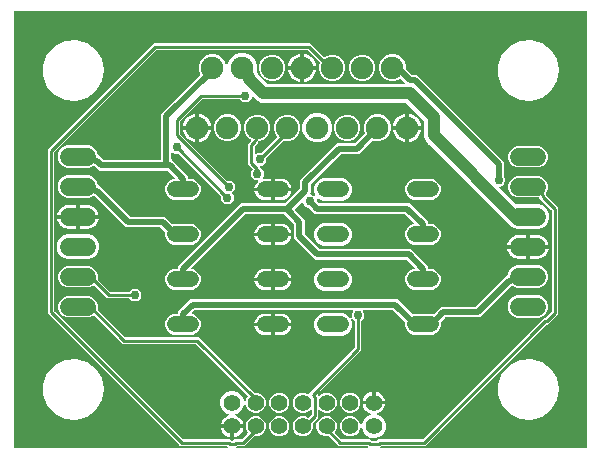
<source format=gbr>
G04 EAGLE Gerber RS-274X export*
G75*
%MOMM*%
%FSLAX34Y34*%
%LPD*%
%INBottom Copper*%
%IPPOS*%
%AMOC8*
5,1,8,0,0,1.08239X$1,22.5*%
G01*
%ADD10C,1.320800*%
%ADD11C,1.900000*%
%ADD12C,1.508000*%
%ADD13C,1.408000*%
%ADD14C,1.000000*%
%ADD15C,0.254000*%
%ADD16C,0.756400*%
%ADD17C,0.508000*%

G36*
X215252Y365272D02*
X215252Y365272D01*
X215324Y365274D01*
X215373Y365292D01*
X215424Y365300D01*
X215487Y365334D01*
X215555Y365359D01*
X215595Y365391D01*
X215641Y365416D01*
X215691Y365467D01*
X215747Y365512D01*
X215775Y365556D01*
X215811Y365594D01*
X215841Y365659D01*
X215880Y365719D01*
X215892Y365770D01*
X215914Y365817D01*
X215922Y365888D01*
X215940Y365958D01*
X215936Y366010D01*
X215941Y366061D01*
X215926Y366132D01*
X215921Y366203D01*
X215900Y366251D01*
X215889Y366302D01*
X215852Y366363D01*
X215824Y366429D01*
X215779Y366485D01*
X215763Y366513D01*
X215745Y366528D01*
X215719Y366560D01*
X215473Y366806D01*
X215399Y366859D01*
X215330Y366919D01*
X215300Y366931D01*
X215274Y366950D01*
X215187Y366977D01*
X215102Y367011D01*
X215061Y367015D01*
X215038Y367022D01*
X215006Y367021D01*
X214935Y367029D01*
X175626Y367029D01*
X63245Y479410D01*
X63245Y617870D01*
X153274Y707899D01*
X285638Y707899D01*
X296884Y696652D01*
X296900Y696640D01*
X296913Y696625D01*
X297000Y696569D01*
X297084Y696509D01*
X297103Y696503D01*
X297120Y696492D01*
X297220Y696467D01*
X297319Y696436D01*
X297339Y696437D01*
X297358Y696432D01*
X297461Y696440D01*
X297565Y696443D01*
X297584Y696449D01*
X297604Y696451D01*
X297699Y696492D01*
X297796Y696527D01*
X297812Y696540D01*
X297830Y696547D01*
X297952Y696645D01*
X302007Y698325D01*
X306393Y698325D01*
X310445Y696646D01*
X313546Y693545D01*
X315225Y689493D01*
X315225Y685107D01*
X313546Y681055D01*
X310445Y677954D01*
X306393Y676275D01*
X302007Y676275D01*
X297955Y677954D01*
X294854Y681055D01*
X293175Y685107D01*
X293175Y689493D01*
X293849Y691118D01*
X293875Y691232D01*
X293904Y691346D01*
X293903Y691352D01*
X293905Y691358D01*
X293894Y691474D01*
X293885Y691591D01*
X293882Y691597D01*
X293882Y691603D01*
X293834Y691710D01*
X293788Y691817D01*
X293784Y691823D01*
X293782Y691828D01*
X293769Y691841D01*
X293684Y691948D01*
X283545Y702086D01*
X283471Y702139D01*
X283402Y702199D01*
X283372Y702211D01*
X283346Y702230D01*
X283259Y702257D01*
X283174Y702291D01*
X283133Y702295D01*
X283111Y702302D01*
X283078Y702301D01*
X283007Y702309D01*
X155905Y702309D01*
X155815Y702295D01*
X155724Y702287D01*
X155694Y702275D01*
X155662Y702270D01*
X155582Y702227D01*
X155498Y702191D01*
X155466Y702165D01*
X155445Y702154D01*
X155423Y702131D01*
X155367Y702086D01*
X69058Y615777D01*
X69005Y615703D01*
X68945Y615634D01*
X68933Y615604D01*
X68914Y615578D01*
X68887Y615491D01*
X68853Y615406D01*
X68849Y615365D01*
X68842Y615343D01*
X68843Y615310D01*
X68835Y615239D01*
X68835Y482041D01*
X68849Y481951D01*
X68857Y481860D01*
X68869Y481830D01*
X68874Y481798D01*
X68917Y481718D01*
X68953Y481634D01*
X68979Y481602D01*
X68990Y481581D01*
X69013Y481559D01*
X69058Y481503D01*
X177719Y372842D01*
X177793Y372789D01*
X177862Y372729D01*
X177892Y372717D01*
X177918Y372698D01*
X178005Y372671D01*
X178090Y372637D01*
X178131Y372633D01*
X178153Y372626D01*
X178186Y372627D01*
X178257Y372619D01*
X217566Y372619D01*
X218359Y371826D01*
X218433Y371773D01*
X218502Y371713D01*
X218532Y371701D01*
X218558Y371682D01*
X218645Y371655D01*
X218730Y371621D01*
X218771Y371617D01*
X218793Y371610D01*
X218826Y371611D01*
X218897Y371603D01*
X220015Y371603D01*
X220105Y371617D01*
X220196Y371625D01*
X220226Y371637D01*
X220258Y371642D01*
X220338Y371685D01*
X220422Y371721D01*
X220454Y371747D01*
X220475Y371758D01*
X220497Y371781D01*
X220553Y371826D01*
X221346Y372619D01*
X227127Y372619D01*
X227217Y372633D01*
X227308Y372641D01*
X227338Y372653D01*
X227370Y372658D01*
X227450Y372701D01*
X227534Y372737D01*
X227566Y372763D01*
X227587Y372774D01*
X227609Y372797D01*
X227665Y372842D01*
X232367Y377544D01*
X232379Y377560D01*
X232395Y377572D01*
X232451Y377660D01*
X232511Y377743D01*
X232517Y377762D01*
X232528Y377779D01*
X232553Y377880D01*
X232583Y377979D01*
X232583Y377998D01*
X232588Y378018D01*
X232580Y378121D01*
X232577Y378224D01*
X232570Y378243D01*
X232568Y378263D01*
X232528Y378358D01*
X232492Y378455D01*
X232480Y378471D01*
X232472Y378489D01*
X232367Y378620D01*
X232139Y378848D01*
X230835Y381996D01*
X230835Y385404D01*
X232139Y388552D01*
X234548Y390961D01*
X237696Y392265D01*
X241104Y392265D01*
X244252Y390961D01*
X246661Y388552D01*
X247965Y385404D01*
X247965Y381996D01*
X246661Y378848D01*
X244252Y376439D01*
X241104Y375135D01*
X238179Y375135D01*
X238089Y375121D01*
X237998Y375113D01*
X237968Y375101D01*
X237936Y375096D01*
X237856Y375053D01*
X237772Y375017D01*
X237740Y374991D01*
X237719Y374980D01*
X237697Y374957D01*
X237641Y374912D01*
X229758Y367029D01*
X223977Y367029D01*
X223887Y367015D01*
X223796Y367007D01*
X223766Y366995D01*
X223734Y366990D01*
X223654Y366947D01*
X223570Y366911D01*
X223538Y366885D01*
X223517Y366874D01*
X223495Y366851D01*
X223439Y366806D01*
X223193Y366560D01*
X223151Y366502D01*
X223101Y366450D01*
X223079Y366403D01*
X223049Y366361D01*
X223028Y366292D01*
X222998Y366227D01*
X222992Y366175D01*
X222977Y366125D01*
X222979Y366054D01*
X222971Y365983D01*
X222982Y365932D01*
X222983Y365880D01*
X223008Y365812D01*
X223023Y365742D01*
X223050Y365697D01*
X223068Y365649D01*
X223112Y365593D01*
X223149Y365531D01*
X223189Y365497D01*
X223221Y365457D01*
X223281Y365418D01*
X223336Y365371D01*
X223384Y365352D01*
X223428Y365324D01*
X223498Y365306D01*
X223564Y365279D01*
X223635Y365271D01*
X223667Y365263D01*
X223690Y365265D01*
X223731Y365261D01*
X334053Y365261D01*
X334124Y365272D01*
X334196Y365274D01*
X334245Y365292D01*
X334296Y365300D01*
X334359Y365334D01*
X334427Y365359D01*
X334467Y365391D01*
X334513Y365416D01*
X334563Y365467D01*
X334619Y365512D01*
X334647Y365556D01*
X334683Y365594D01*
X334713Y365659D01*
X334752Y365719D01*
X334764Y365770D01*
X334786Y365817D01*
X334794Y365888D01*
X334812Y365958D01*
X334808Y366010D01*
X334813Y366061D01*
X334798Y366132D01*
X334793Y366203D01*
X334772Y366251D01*
X334761Y366302D01*
X334724Y366363D01*
X334696Y366429D01*
X334651Y366485D01*
X334635Y366513D01*
X334617Y366528D01*
X334591Y366560D01*
X334345Y366806D01*
X334271Y366859D01*
X334202Y366919D01*
X334172Y366931D01*
X334146Y366950D01*
X334059Y366977D01*
X333974Y367011D01*
X333933Y367015D01*
X333910Y367022D01*
X333878Y367021D01*
X333807Y367029D01*
X309738Y367029D01*
X301837Y374930D01*
X301743Y374998D01*
X301648Y375068D01*
X301642Y375070D01*
X301637Y375074D01*
X301526Y375108D01*
X301415Y375145D01*
X301408Y375145D01*
X301402Y375146D01*
X301285Y375143D01*
X301169Y375142D01*
X301161Y375140D01*
X301156Y375140D01*
X301144Y375135D01*
X297696Y375135D01*
X294548Y376439D01*
X292139Y378848D01*
X290835Y381996D01*
X290835Y385404D01*
X292139Y388552D01*
X294548Y390961D01*
X297696Y392265D01*
X301104Y392265D01*
X304252Y390961D01*
X306661Y388552D01*
X307965Y385404D01*
X307965Y381996D01*
X306610Y378727D01*
X306584Y378613D01*
X306555Y378499D01*
X306556Y378493D01*
X306554Y378487D01*
X306565Y378371D01*
X306574Y378254D01*
X306577Y378249D01*
X306577Y378242D01*
X306625Y378135D01*
X306671Y378028D01*
X306675Y378022D01*
X306677Y378018D01*
X306690Y378004D01*
X306775Y377897D01*
X311831Y372842D01*
X311905Y372789D01*
X311974Y372729D01*
X312004Y372717D01*
X312030Y372698D01*
X312118Y372671D01*
X312202Y372637D01*
X312243Y372633D01*
X312265Y372626D01*
X312298Y372627D01*
X312369Y372619D01*
X336088Y372619D01*
X336184Y372634D01*
X336281Y372644D01*
X336305Y372654D01*
X336331Y372658D01*
X336417Y372704D01*
X336483Y372734D01*
X336484Y372729D01*
X336494Y372705D01*
X336498Y372679D01*
X336542Y372592D01*
X336580Y372502D01*
X336600Y372477D01*
X336609Y372460D01*
X336633Y372437D01*
X336685Y372371D01*
X337231Y371826D01*
X337305Y371773D01*
X337374Y371713D01*
X337404Y371701D01*
X337430Y371682D01*
X337517Y371655D01*
X337602Y371621D01*
X337643Y371617D01*
X337665Y371610D01*
X337698Y371611D01*
X337769Y371603D01*
X341935Y371603D01*
X342025Y371617D01*
X342116Y371625D01*
X342146Y371637D01*
X342178Y371642D01*
X342258Y371685D01*
X342342Y371721D01*
X342374Y371747D01*
X342395Y371758D01*
X342417Y371781D01*
X342473Y371826D01*
X343266Y372619D01*
X380543Y372619D01*
X380633Y372633D01*
X380724Y372641D01*
X380754Y372653D01*
X380786Y372658D01*
X380866Y372701D01*
X380950Y372737D01*
X380982Y372763D01*
X381003Y372774D01*
X381025Y372797D01*
X381081Y372842D01*
X483474Y475235D01*
X484175Y475235D01*
X484265Y475249D01*
X484356Y475257D01*
X484386Y475269D01*
X484418Y475274D01*
X484498Y475317D01*
X484582Y475353D01*
X484614Y475379D01*
X484635Y475390D01*
X484657Y475413D01*
X484713Y475458D01*
X489742Y480487D01*
X489795Y480561D01*
X489855Y480630D01*
X489867Y480660D01*
X489886Y480686D01*
X489913Y480773D01*
X489947Y480858D01*
X489951Y480899D01*
X489958Y480921D01*
X489957Y480954D01*
X489965Y481025D01*
X489965Y566471D01*
X489951Y566561D01*
X489943Y566652D01*
X489931Y566682D01*
X489926Y566714D01*
X489883Y566794D01*
X489847Y566878D01*
X489821Y566910D01*
X489810Y566931D01*
X489787Y566953D01*
X489742Y567009D01*
X479688Y577064D01*
X479650Y577134D01*
X479636Y577148D01*
X479626Y577165D01*
X479547Y577232D01*
X479472Y577304D01*
X479454Y577312D01*
X479439Y577325D01*
X479343Y577364D01*
X479249Y577407D01*
X479229Y577409D01*
X479211Y577417D01*
X479044Y577435D01*
X460557Y577435D01*
X457225Y578815D01*
X454675Y581365D01*
X453295Y584697D01*
X453295Y588303D01*
X454675Y591635D01*
X457225Y594185D01*
X460557Y595565D01*
X479243Y595565D01*
X482575Y594185D01*
X485125Y591635D01*
X486505Y588303D01*
X486505Y584697D01*
X485080Y581257D01*
X485053Y581144D01*
X485025Y581030D01*
X485025Y581024D01*
X485024Y581018D01*
X485035Y580899D01*
X485044Y580785D01*
X485046Y580779D01*
X485047Y580773D01*
X485095Y580665D01*
X485140Y580558D01*
X485145Y580553D01*
X485147Y580548D01*
X485160Y580534D01*
X485245Y580427D01*
X485395Y580278D01*
X485395Y579577D01*
X485409Y579487D01*
X485417Y579396D01*
X485429Y579366D01*
X485434Y579334D01*
X485477Y579254D01*
X485513Y579170D01*
X485539Y579138D01*
X485550Y579117D01*
X485573Y579095D01*
X485618Y579039D01*
X495555Y569102D01*
X495555Y478394D01*
X486806Y469645D01*
X486105Y469645D01*
X486015Y469631D01*
X485924Y469623D01*
X485894Y469611D01*
X485862Y469606D01*
X485782Y469563D01*
X485698Y469527D01*
X485666Y469501D01*
X485645Y469490D01*
X485623Y469467D01*
X485567Y469422D01*
X383174Y367029D01*
X345897Y367029D01*
X345807Y367015D01*
X345716Y367007D01*
X345686Y366995D01*
X345654Y366990D01*
X345574Y366947D01*
X345490Y366911D01*
X345458Y366885D01*
X345437Y366874D01*
X345415Y366851D01*
X345359Y366806D01*
X345113Y366560D01*
X345071Y366502D01*
X345021Y366450D01*
X344999Y366403D01*
X344969Y366361D01*
X344948Y366292D01*
X344918Y366227D01*
X344912Y366175D01*
X344897Y366125D01*
X344899Y366054D01*
X344891Y365983D01*
X344902Y365932D01*
X344903Y365880D01*
X344928Y365812D01*
X344943Y365742D01*
X344970Y365697D01*
X344988Y365649D01*
X345032Y365593D01*
X345069Y365531D01*
X345109Y365497D01*
X345141Y365457D01*
X345201Y365418D01*
X345256Y365371D01*
X345304Y365352D01*
X345348Y365324D01*
X345418Y365306D01*
X345484Y365279D01*
X345555Y365271D01*
X345587Y365263D01*
X345610Y365265D01*
X345651Y365261D01*
X519278Y365261D01*
X519298Y365264D01*
X519317Y365262D01*
X519419Y365284D01*
X519521Y365300D01*
X519538Y365310D01*
X519558Y365314D01*
X519647Y365367D01*
X519738Y365416D01*
X519752Y365430D01*
X519769Y365440D01*
X519836Y365519D01*
X519908Y365594D01*
X519916Y365612D01*
X519929Y365627D01*
X519968Y365723D01*
X520011Y365817D01*
X520013Y365837D01*
X520021Y365855D01*
X520039Y366022D01*
X520039Y734578D01*
X520036Y734598D01*
X520038Y734617D01*
X520016Y734719D01*
X520000Y734821D01*
X519990Y734838D01*
X519986Y734858D01*
X519933Y734947D01*
X519884Y735038D01*
X519870Y735052D01*
X519860Y735069D01*
X519781Y735136D01*
X519706Y735208D01*
X519688Y735216D01*
X519673Y735229D01*
X519577Y735268D01*
X519483Y735311D01*
X519463Y735313D01*
X519445Y735321D01*
X519278Y735339D01*
X35822Y735339D01*
X35802Y735336D01*
X35783Y735338D01*
X35681Y735316D01*
X35579Y735300D01*
X35562Y735290D01*
X35542Y735286D01*
X35453Y735233D01*
X35362Y735184D01*
X35348Y735170D01*
X35331Y735160D01*
X35264Y735081D01*
X35192Y735006D01*
X35184Y734988D01*
X35171Y734973D01*
X35132Y734877D01*
X35089Y734783D01*
X35087Y734763D01*
X35079Y734745D01*
X35061Y734578D01*
X35061Y366022D01*
X35064Y366002D01*
X35062Y365983D01*
X35084Y365881D01*
X35100Y365779D01*
X35110Y365762D01*
X35114Y365742D01*
X35167Y365653D01*
X35216Y365562D01*
X35230Y365548D01*
X35240Y365531D01*
X35319Y365464D01*
X35394Y365392D01*
X35412Y365384D01*
X35427Y365371D01*
X35523Y365332D01*
X35617Y365289D01*
X35637Y365287D01*
X35655Y365279D01*
X35822Y365261D01*
X215181Y365261D01*
X215252Y365272D01*
G37*
%LPC*%
G36*
X460263Y550559D02*
X460263Y550559D01*
X456389Y552164D01*
X453424Y555129D01*
X453343Y555324D01*
X453309Y555380D01*
X453283Y555440D01*
X453231Y555505D01*
X453214Y555533D01*
X453199Y555546D01*
X453178Y555571D01*
X385719Y623030D01*
X383361Y625388D01*
X382143Y628329D01*
X382143Y641531D01*
X382129Y641621D01*
X382121Y641712D01*
X382109Y641741D01*
X382104Y641773D01*
X382061Y641854D01*
X382025Y641938D01*
X381999Y641970D01*
X381988Y641991D01*
X381965Y642013D01*
X381920Y642069D01*
X366733Y657256D01*
X366659Y657309D01*
X366590Y657369D01*
X366559Y657381D01*
X366533Y657400D01*
X366446Y657427D01*
X366361Y657461D01*
X366320Y657465D01*
X366298Y657472D01*
X366266Y657471D01*
X366195Y657479D01*
X244281Y657479D01*
X241340Y658697D01*
X237238Y662799D01*
X237180Y662841D01*
X237128Y662890D01*
X237081Y662912D01*
X237039Y662943D01*
X236970Y662964D01*
X236905Y662994D01*
X236853Y663000D01*
X236803Y663015D01*
X236732Y663013D01*
X236661Y663021D01*
X236610Y663010D01*
X236558Y663009D01*
X236490Y662984D01*
X236420Y662969D01*
X236375Y662942D01*
X236327Y662924D01*
X236271Y662879D01*
X236209Y662843D01*
X236175Y662803D01*
X236135Y662770D01*
X236096Y662710D01*
X236049Y662656D01*
X236030Y662607D01*
X236002Y662563D01*
X235984Y662494D01*
X235957Y662427D01*
X235949Y662356D01*
X235941Y662325D01*
X235943Y662302D01*
X235939Y662261D01*
X235939Y661250D01*
X232830Y658141D01*
X228434Y658141D01*
X226145Y660430D01*
X226071Y660483D01*
X226001Y660543D01*
X225971Y660555D01*
X225945Y660574D01*
X225858Y660601D01*
X225773Y660635D01*
X225732Y660639D01*
X225710Y660646D01*
X225678Y660645D01*
X225607Y660653D01*
X194513Y660653D01*
X194423Y660639D01*
X194332Y660631D01*
X194302Y660619D01*
X194270Y660614D01*
X194190Y660571D01*
X194106Y660535D01*
X194074Y660509D01*
X194053Y660498D01*
X194031Y660475D01*
X194026Y660471D01*
X194025Y660471D01*
X194025Y660470D01*
X193975Y660430D01*
X175738Y642193D01*
X175685Y642119D01*
X175625Y642050D01*
X175613Y642020D01*
X175594Y641994D01*
X175567Y641907D01*
X175533Y641822D01*
X175529Y641781D01*
X175522Y641759D01*
X175523Y641726D01*
X175515Y641655D01*
X175515Y631393D01*
X175529Y631303D01*
X175537Y631212D01*
X175549Y631182D01*
X175554Y631150D01*
X175597Y631070D01*
X175633Y630986D01*
X175659Y630954D01*
X175670Y630933D01*
X175693Y630911D01*
X175738Y630855D01*
X214831Y591762D01*
X214905Y591709D01*
X214974Y591649D01*
X215004Y591637D01*
X215030Y591618D01*
X215117Y591591D01*
X215202Y591557D01*
X215243Y591553D01*
X215265Y591546D01*
X215298Y591547D01*
X215369Y591539D01*
X218606Y591539D01*
X221715Y588430D01*
X221715Y584034D01*
X219371Y581690D01*
X219360Y581674D01*
X219344Y581662D01*
X219288Y581574D01*
X219228Y581491D01*
X219222Y581472D01*
X219211Y581455D01*
X219186Y581354D01*
X219155Y581255D01*
X219156Y581236D01*
X219151Y581216D01*
X219159Y581113D01*
X219162Y581010D01*
X219168Y580991D01*
X219170Y580971D01*
X219210Y580876D01*
X219246Y580779D01*
X219259Y580763D01*
X219266Y580745D01*
X219371Y580614D01*
X220699Y579286D01*
X220699Y574890D01*
X217590Y571781D01*
X213194Y571781D01*
X210085Y574890D01*
X210085Y578127D01*
X210071Y578217D01*
X210063Y578308D01*
X210051Y578338D01*
X210046Y578370D01*
X210003Y578450D01*
X209967Y578534D01*
X209941Y578567D01*
X209930Y578587D01*
X209907Y578609D01*
X209862Y578665D01*
X174297Y614230D01*
X174223Y614283D01*
X174154Y614343D01*
X174124Y614355D01*
X174098Y614374D01*
X174011Y614401D01*
X173926Y614435D01*
X173885Y614439D01*
X173863Y614446D01*
X173830Y614445D01*
X173759Y614453D01*
X170522Y614453D01*
X169416Y615559D01*
X169358Y615601D01*
X169306Y615650D01*
X169259Y615672D01*
X169217Y615702D01*
X169148Y615724D01*
X169083Y615754D01*
X169031Y615759D01*
X168981Y615775D01*
X168910Y615773D01*
X168839Y615781D01*
X168788Y615770D01*
X168736Y615768D01*
X168668Y615744D01*
X168598Y615729D01*
X168553Y615702D01*
X168505Y615684D01*
X168449Y615639D01*
X168387Y615602D01*
X168353Y615563D01*
X168313Y615530D01*
X168274Y615470D01*
X168227Y615415D01*
X168208Y615367D01*
X168180Y615323D01*
X168162Y615254D01*
X168135Y615187D01*
X168127Y615116D01*
X168119Y615085D01*
X168121Y615062D01*
X168117Y615021D01*
X168117Y609764D01*
X168131Y609674D01*
X168139Y609583D01*
X168151Y609553D01*
X168156Y609521D01*
X168199Y609441D01*
X168235Y609357D01*
X168261Y609325D01*
X168272Y609304D01*
X168295Y609282D01*
X168340Y609226D01*
X171388Y606178D01*
X182341Y595225D01*
X182341Y593566D01*
X182344Y593546D01*
X182342Y593527D01*
X182364Y593425D01*
X182380Y593323D01*
X182390Y593306D01*
X182394Y593286D01*
X182447Y593197D01*
X182496Y593106D01*
X182510Y593092D01*
X182520Y593075D01*
X182599Y593008D01*
X182674Y592936D01*
X182692Y592928D01*
X182707Y592915D01*
X182803Y592876D01*
X182897Y592833D01*
X182917Y592831D01*
X182935Y592823D01*
X183102Y592805D01*
X186116Y592805D01*
X189278Y591495D01*
X191699Y589074D01*
X193009Y585912D01*
X193009Y582488D01*
X191699Y579326D01*
X189278Y576905D01*
X186116Y575595D01*
X169484Y575595D01*
X166322Y576905D01*
X163901Y579326D01*
X162591Y582488D01*
X162591Y585912D01*
X163901Y589074D01*
X166322Y591495D01*
X169484Y592805D01*
X170080Y592805D01*
X170151Y592816D01*
X170222Y592818D01*
X170271Y592836D01*
X170323Y592844D01*
X170386Y592878D01*
X170453Y592903D01*
X170494Y592935D01*
X170540Y592960D01*
X170589Y593011D01*
X170645Y593056D01*
X170674Y593100D01*
X170709Y593138D01*
X170740Y593203D01*
X170778Y593263D01*
X170791Y593314D01*
X170813Y593361D01*
X170821Y593432D01*
X170838Y593502D01*
X170834Y593554D01*
X170840Y593605D01*
X170825Y593676D01*
X170819Y593747D01*
X170799Y593795D01*
X170788Y593846D01*
X170751Y593907D01*
X170723Y593973D01*
X170678Y594029D01*
X170662Y594057D01*
X170644Y594072D01*
X170618Y594104D01*
X164966Y599756D01*
X164892Y599809D01*
X164823Y599869D01*
X164793Y599881D01*
X164766Y599900D01*
X164679Y599927D01*
X164595Y599961D01*
X164554Y599965D01*
X164531Y599972D01*
X164499Y599971D01*
X164428Y599979D01*
X106831Y599979D01*
X102990Y603820D01*
X102916Y603873D01*
X102847Y603933D01*
X102817Y603945D01*
X102790Y603964D01*
X102703Y603991D01*
X102619Y604025D01*
X102578Y604029D01*
X102555Y604036D01*
X102523Y604035D01*
X102452Y604043D01*
X102391Y604043D01*
X102301Y604029D01*
X102210Y604021D01*
X102180Y604009D01*
X102148Y604004D01*
X102068Y603961D01*
X101984Y603925D01*
X101952Y603899D01*
X101931Y603888D01*
X101909Y603865D01*
X101853Y603820D01*
X101844Y603812D01*
X98338Y602359D01*
X79462Y602359D01*
X75956Y603812D01*
X73272Y606496D01*
X71819Y610002D01*
X71819Y613798D01*
X73272Y617304D01*
X75956Y619988D01*
X79462Y621441D01*
X98338Y621441D01*
X101844Y619988D01*
X104528Y617304D01*
X106005Y613740D01*
X106020Y613643D01*
X106030Y613626D01*
X106034Y613606D01*
X106087Y613517D01*
X106136Y613426D01*
X106150Y613412D01*
X106160Y613395D01*
X106239Y613328D01*
X106314Y613256D01*
X106332Y613248D01*
X106347Y613235D01*
X106443Y613196D01*
X106469Y613184D01*
X110370Y609284D01*
X110444Y609231D01*
X110513Y609171D01*
X110543Y609159D01*
X110570Y609140D01*
X110657Y609113D01*
X110741Y609079D01*
X110782Y609075D01*
X110805Y609068D01*
X110837Y609069D01*
X110908Y609061D01*
X158274Y609061D01*
X158294Y609064D01*
X158313Y609062D01*
X158415Y609084D01*
X158517Y609100D01*
X158534Y609110D01*
X158554Y609114D01*
X158643Y609167D01*
X158734Y609216D01*
X158748Y609230D01*
X158765Y609240D01*
X158832Y609319D01*
X158904Y609394D01*
X158912Y609412D01*
X158925Y609427D01*
X158964Y609523D01*
X159007Y609617D01*
X159009Y609637D01*
X159017Y609655D01*
X159035Y609822D01*
X159035Y648057D01*
X192172Y681194D01*
X192240Y681288D01*
X192310Y681383D01*
X192312Y681389D01*
X192316Y681394D01*
X192350Y681504D01*
X192386Y681616D01*
X192386Y681623D01*
X192388Y681629D01*
X192385Y681745D01*
X192384Y681862D01*
X192382Y681870D01*
X192382Y681875D01*
X192375Y681892D01*
X192337Y682023D01*
X191099Y685012D01*
X191099Y689588D01*
X192850Y693815D01*
X196085Y697050D01*
X200312Y698801D01*
X204888Y698801D01*
X209115Y697050D01*
X212350Y693815D01*
X214055Y689697D01*
X214093Y689636D01*
X214122Y689570D01*
X214158Y689532D01*
X214185Y689488D01*
X214240Y689442D01*
X214289Y689389D01*
X214334Y689364D01*
X214375Y689331D01*
X214442Y689305D01*
X214504Y689271D01*
X214556Y689261D01*
X214604Y689243D01*
X214676Y689240D01*
X214746Y689227D01*
X214798Y689235D01*
X214850Y689232D01*
X214919Y689252D01*
X214990Y689263D01*
X215036Y689286D01*
X215086Y689301D01*
X215145Y689342D01*
X215209Y689374D01*
X215245Y689411D01*
X215288Y689441D01*
X215331Y689499D01*
X215381Y689550D01*
X215416Y689613D01*
X215435Y689639D01*
X215442Y689661D01*
X215462Y689697D01*
X217402Y694381D01*
X220919Y697898D01*
X225513Y699801D01*
X230487Y699801D01*
X235081Y697898D01*
X238598Y694381D01*
X240501Y689787D01*
X240501Y684813D01*
X240483Y684770D01*
X240462Y684681D01*
X240434Y684595D01*
X240434Y684562D01*
X240427Y684531D01*
X240435Y684440D01*
X240436Y684349D01*
X240448Y684309D01*
X240450Y684286D01*
X240463Y684256D01*
X240483Y684188D01*
X241682Y681292D01*
X241695Y681211D01*
X241703Y681120D01*
X241715Y681091D01*
X241720Y681059D01*
X241763Y680978D01*
X241799Y680894D01*
X241825Y680862D01*
X241836Y680841D01*
X241859Y680819D01*
X241904Y680763D01*
X248963Y673704D01*
X249037Y673651D01*
X249106Y673591D01*
X249137Y673579D01*
X249163Y673560D01*
X249250Y673533D01*
X249335Y673499D01*
X249376Y673495D01*
X249398Y673488D01*
X249430Y673489D01*
X249501Y673481D01*
X364740Y673481D01*
X364811Y673492D01*
X364882Y673494D01*
X364931Y673512D01*
X364983Y673520D01*
X365046Y673554D01*
X365113Y673579D01*
X365154Y673611D01*
X365200Y673636D01*
X365249Y673687D01*
X365305Y673732D01*
X365334Y673776D01*
X365369Y673814D01*
X365400Y673879D01*
X365438Y673939D01*
X365451Y673990D01*
X365473Y674037D01*
X365481Y674108D01*
X365498Y674178D01*
X365494Y674230D01*
X365500Y674281D01*
X365485Y674352D01*
X365479Y674423D01*
X365459Y674471D01*
X365448Y674522D01*
X365411Y674583D01*
X365383Y674649D01*
X365338Y674705D01*
X365322Y674733D01*
X365304Y674748D01*
X365278Y674780D01*
X365060Y674998D01*
X362550Y677509D01*
X362534Y677520D01*
X362521Y677536D01*
X362434Y677592D01*
X362350Y677652D01*
X362331Y677658D01*
X362314Y677669D01*
X362214Y677694D01*
X362115Y677725D01*
X362095Y677724D01*
X362075Y677729D01*
X361972Y677721D01*
X361869Y677718D01*
X361850Y677711D01*
X361830Y677710D01*
X361735Y677669D01*
X361638Y677634D01*
X361622Y677621D01*
X361604Y677613D01*
X361536Y677559D01*
X357288Y675799D01*
X352712Y675799D01*
X348485Y677550D01*
X345250Y680785D01*
X343499Y685012D01*
X343499Y689588D01*
X345250Y693815D01*
X348485Y697050D01*
X352712Y698801D01*
X357288Y698801D01*
X361515Y697050D01*
X364750Y693815D01*
X366501Y689588D01*
X366501Y686716D01*
X366515Y686626D01*
X366523Y686535D01*
X366535Y686505D01*
X366540Y686473D01*
X366583Y686393D01*
X366619Y686309D01*
X366645Y686277D01*
X366656Y686256D01*
X366679Y686234D01*
X366724Y686178D01*
X371482Y681420D01*
X371556Y681367D01*
X371625Y681307D01*
X371655Y681295D01*
X371682Y681276D01*
X371769Y681249D01*
X371853Y681215D01*
X371894Y681211D01*
X371917Y681204D01*
X371949Y681205D01*
X372020Y681197D01*
X375769Y681197D01*
X449549Y607417D01*
X449549Y596281D01*
X449563Y596191D01*
X449571Y596100D01*
X449583Y596070D01*
X449588Y596038D01*
X449631Y595957D01*
X449667Y595873D01*
X449693Y595841D01*
X449704Y595821D01*
X449727Y595798D01*
X449772Y595742D01*
X449910Y595604D01*
X450791Y593478D01*
X450791Y591178D01*
X449910Y589052D01*
X448284Y587426D01*
X446274Y586593D01*
X446235Y586569D01*
X446192Y586553D01*
X446131Y586505D01*
X446065Y586464D01*
X446036Y586428D01*
X446000Y586400D01*
X445958Y586334D01*
X445908Y586274D01*
X445892Y586231D01*
X445867Y586193D01*
X445848Y586117D01*
X445820Y586045D01*
X445818Y585999D01*
X445807Y585954D01*
X445813Y585877D01*
X445810Y585799D01*
X445822Y585755D01*
X445826Y585709D01*
X445856Y585637D01*
X445878Y585563D01*
X445904Y585525D01*
X445922Y585483D01*
X446008Y585376D01*
X446018Y585360D01*
X446022Y585357D01*
X446027Y585352D01*
X459532Y571847D01*
X459627Y571778D01*
X459721Y571708D01*
X459727Y571706D01*
X459732Y571703D01*
X459843Y571669D01*
X459955Y571632D01*
X459961Y571632D01*
X459967Y571631D01*
X460084Y571634D01*
X460201Y571635D01*
X460208Y571637D01*
X460213Y571637D01*
X460223Y571641D01*
X479537Y571641D01*
X483411Y570036D01*
X486376Y567071D01*
X487981Y563197D01*
X487981Y559003D01*
X486376Y555129D01*
X483411Y552164D01*
X479537Y550559D01*
X460263Y550559D01*
G37*
%LPD*%
%LPC*%
G36*
X169484Y499395D02*
X169484Y499395D01*
X166322Y500705D01*
X163901Y503126D01*
X162591Y506288D01*
X162591Y509712D01*
X163901Y512874D01*
X166322Y515295D01*
X169484Y516605D01*
X172498Y516605D01*
X172518Y516608D01*
X172537Y516606D01*
X172639Y516628D01*
X172741Y516644D01*
X172758Y516654D01*
X172778Y516658D01*
X172867Y516711D01*
X172958Y516760D01*
X172972Y516774D01*
X172989Y516784D01*
X173056Y516863D01*
X173128Y516938D01*
X173136Y516956D01*
X173149Y516971D01*
X173188Y517067D01*
X173231Y517161D01*
X173233Y517181D01*
X173241Y517199D01*
X173259Y517366D01*
X173259Y519025D01*
X226719Y572485D01*
X263996Y572485D01*
X264086Y572499D01*
X264177Y572507D01*
X264207Y572519D01*
X264239Y572524D01*
X264319Y572567D01*
X264403Y572603D01*
X264435Y572629D01*
X264456Y572640D01*
X264478Y572663D01*
X264534Y572708D01*
X276668Y584842D01*
X276721Y584916D01*
X276781Y584985D01*
X276793Y585015D01*
X276812Y585042D01*
X276839Y585129D01*
X276873Y585213D01*
X276877Y585254D01*
X276884Y585277D01*
X276883Y585309D01*
X276891Y585380D01*
X276891Y592177D01*
X307999Y623285D01*
X322924Y623285D01*
X323014Y623299D01*
X323105Y623307D01*
X323135Y623319D01*
X323167Y623324D01*
X323247Y623367D01*
X323331Y623403D01*
X323363Y623429D01*
X323384Y623440D01*
X323406Y623463D01*
X323462Y623508D01*
X331426Y631471D01*
X331494Y631566D01*
X331564Y631660D01*
X331566Y631666D01*
X331569Y631671D01*
X331604Y631782D01*
X331640Y631894D01*
X331640Y631900D01*
X331642Y631906D01*
X331639Y632023D01*
X331638Y632140D01*
X331636Y632147D01*
X331635Y632152D01*
X331629Y632170D01*
X331591Y632301D01*
X330799Y634212D01*
X330799Y638788D01*
X332550Y643015D01*
X335785Y646250D01*
X340012Y648001D01*
X344588Y648001D01*
X348815Y646250D01*
X352050Y643015D01*
X353801Y638788D01*
X353801Y634212D01*
X352050Y629985D01*
X348815Y626750D01*
X344588Y624999D01*
X340012Y624999D01*
X338916Y625454D01*
X338802Y625480D01*
X338689Y625509D01*
X338682Y625508D01*
X338676Y625510D01*
X338560Y625499D01*
X338443Y625490D01*
X338438Y625487D01*
X338431Y625487D01*
X338324Y625439D01*
X338217Y625393D01*
X338211Y625389D01*
X338207Y625387D01*
X338193Y625374D01*
X338086Y625289D01*
X327001Y614203D01*
X312076Y614203D01*
X311986Y614189D01*
X311895Y614181D01*
X311865Y614169D01*
X311833Y614164D01*
X311753Y614121D01*
X311669Y614085D01*
X311637Y614059D01*
X311616Y614048D01*
X311604Y614035D01*
X311602Y614035D01*
X311591Y614023D01*
X311538Y613980D01*
X286196Y588638D01*
X286143Y588564D01*
X286083Y588495D01*
X286071Y588465D01*
X286052Y588438D01*
X286025Y588351D01*
X285991Y588267D01*
X285987Y588226D01*
X285980Y588203D01*
X285981Y588171D01*
X285973Y588100D01*
X285973Y581303D01*
X285792Y581122D01*
X285750Y581064D01*
X285701Y581012D01*
X285679Y580965D01*
X285648Y580923D01*
X285627Y580854D01*
X285597Y580789D01*
X285591Y580737D01*
X285576Y580687D01*
X285578Y580616D01*
X285570Y580545D01*
X285581Y580494D01*
X285582Y580442D01*
X285607Y580374D01*
X285622Y580304D01*
X285649Y580259D01*
X285667Y580211D01*
X285712Y580155D01*
X285748Y580093D01*
X285788Y580059D01*
X285820Y580019D01*
X285881Y579980D01*
X285935Y579933D01*
X285984Y579914D01*
X286027Y579886D01*
X286097Y579868D01*
X286163Y579841D01*
X286235Y579833D01*
X286266Y579825D01*
X286289Y579827D01*
X286330Y579823D01*
X286646Y579823D01*
X288530Y579043D01*
X288599Y579026D01*
X288666Y579001D01*
X288718Y578998D01*
X288769Y578986D01*
X288840Y578993D01*
X288912Y578990D01*
X288962Y579005D01*
X289014Y579010D01*
X289079Y579039D01*
X289148Y579059D01*
X289191Y579088D01*
X289239Y579110D01*
X289291Y579158D01*
X289350Y579199D01*
X289381Y579241D01*
X289420Y579276D01*
X289454Y579339D01*
X289497Y579396D01*
X289513Y579446D01*
X289538Y579491D01*
X289551Y579562D01*
X289573Y579630D01*
X289573Y579682D01*
X289582Y579734D01*
X289572Y579805D01*
X289571Y579876D01*
X289551Y579945D01*
X289546Y579977D01*
X289536Y579998D01*
X289524Y580037D01*
X288591Y582290D01*
X288591Y586110D01*
X290054Y589641D01*
X292755Y592342D01*
X296286Y593805D01*
X313314Y593805D01*
X316845Y592342D01*
X319546Y589641D01*
X321009Y586110D01*
X321009Y582290D01*
X319546Y578759D01*
X316845Y576058D01*
X313314Y574595D01*
X296286Y574595D01*
X292755Y576057D01*
X292328Y576485D01*
X292248Y576542D01*
X292173Y576604D01*
X292149Y576614D01*
X292128Y576629D01*
X292035Y576658D01*
X291944Y576692D01*
X291918Y576694D01*
X291893Y576701D01*
X291795Y576699D01*
X291698Y576703D01*
X291673Y576696D01*
X291647Y576695D01*
X291555Y576661D01*
X291462Y576634D01*
X291440Y576619D01*
X291416Y576610D01*
X291340Y576550D01*
X291260Y576494D01*
X291244Y576473D01*
X291224Y576457D01*
X291171Y576375D01*
X291113Y576297D01*
X291105Y576272D01*
X291091Y576250D01*
X291067Y576156D01*
X291037Y576063D01*
X291037Y576037D01*
X291031Y576011D01*
X291038Y575914D01*
X291039Y575817D01*
X291048Y575786D01*
X291050Y575766D01*
X291063Y575736D01*
X291086Y575656D01*
X291279Y575190D01*
X291279Y574994D01*
X291293Y574904D01*
X291301Y574813D01*
X291313Y574783D01*
X291318Y574751D01*
X291361Y574671D01*
X291397Y574587D01*
X291423Y574555D01*
X291434Y574534D01*
X291457Y574512D01*
X291502Y574456D01*
X293250Y572708D01*
X293324Y572655D01*
X293393Y572595D01*
X293423Y572583D01*
X293450Y572564D01*
X293537Y572537D01*
X293621Y572503D01*
X293662Y572499D01*
X293685Y572492D01*
X293717Y572493D01*
X293788Y572485D01*
X369673Y572485D01*
X385541Y556617D01*
X385541Y555466D01*
X385544Y555446D01*
X385542Y555427D01*
X385564Y555325D01*
X385580Y555223D01*
X385590Y555206D01*
X385594Y555186D01*
X385647Y555097D01*
X385696Y555006D01*
X385710Y554992D01*
X385720Y554975D01*
X385799Y554908D01*
X385874Y554836D01*
X385892Y554828D01*
X385907Y554815D01*
X386003Y554776D01*
X386097Y554733D01*
X386117Y554731D01*
X386135Y554723D01*
X386302Y554705D01*
X389316Y554705D01*
X392478Y553395D01*
X394899Y550974D01*
X396209Y547812D01*
X396209Y544388D01*
X394899Y541226D01*
X392478Y538805D01*
X389316Y537495D01*
X372684Y537495D01*
X369522Y538805D01*
X367101Y541226D01*
X365791Y544388D01*
X365791Y547812D01*
X367101Y550974D01*
X369522Y553395D01*
X372684Y554705D01*
X372772Y554705D01*
X372843Y554716D01*
X372914Y554718D01*
X372963Y554736D01*
X373015Y554744D01*
X373078Y554778D01*
X373145Y554803D01*
X373186Y554835D01*
X373232Y554860D01*
X373281Y554912D01*
X373337Y554956D01*
X373366Y555000D01*
X373401Y555038D01*
X373432Y555103D01*
X373470Y555163D01*
X373483Y555214D01*
X373505Y555261D01*
X373513Y555332D01*
X373530Y555402D01*
X373526Y555454D01*
X373532Y555505D01*
X373517Y555576D01*
X373511Y555647D01*
X373491Y555695D01*
X373480Y555746D01*
X373443Y555807D01*
X373415Y555873D01*
X373370Y555929D01*
X373354Y555957D01*
X373336Y555972D01*
X373310Y556004D01*
X366134Y563180D01*
X366060Y563233D01*
X365991Y563293D01*
X365961Y563305D01*
X365934Y563324D01*
X365847Y563351D01*
X365763Y563385D01*
X365722Y563389D01*
X365699Y563396D01*
X365667Y563395D01*
X365596Y563403D01*
X289711Y563403D01*
X285080Y568034D01*
X285006Y568087D01*
X284937Y568147D01*
X284907Y568159D01*
X284880Y568178D01*
X284793Y568205D01*
X284709Y568239D01*
X284668Y568243D01*
X284645Y568250D01*
X284613Y568249D01*
X284542Y568257D01*
X284346Y568257D01*
X282220Y569138D01*
X280594Y570764D01*
X279713Y572890D01*
X279713Y573206D01*
X279702Y573277D01*
X279700Y573348D01*
X279682Y573397D01*
X279674Y573449D01*
X279640Y573512D01*
X279615Y573579D01*
X279583Y573620D01*
X279558Y573666D01*
X279506Y573715D01*
X279462Y573771D01*
X279418Y573800D01*
X279380Y573835D01*
X279315Y573866D01*
X279255Y573904D01*
X279204Y573917D01*
X279157Y573939D01*
X279086Y573947D01*
X279016Y573964D01*
X278964Y573960D01*
X278913Y573966D01*
X278842Y573951D01*
X278771Y573945D01*
X278723Y573925D01*
X278672Y573914D01*
X278611Y573877D01*
X278545Y573849D01*
X278489Y573804D01*
X278461Y573788D01*
X278446Y573770D01*
X278414Y573744D01*
X272644Y567974D01*
X272632Y567958D01*
X272617Y567946D01*
X272561Y567858D01*
X272500Y567775D01*
X272494Y567756D01*
X272484Y567739D01*
X272458Y567638D01*
X272428Y567539D01*
X272428Y567520D01*
X272424Y567500D01*
X272432Y567397D01*
X272434Y567294D01*
X272441Y567275D01*
X272443Y567255D01*
X272483Y567160D01*
X272519Y567063D01*
X272531Y567047D01*
X272539Y567029D01*
X272644Y566898D01*
X280893Y558649D01*
X280893Y546772D01*
X280907Y546682D01*
X280915Y546591D01*
X280927Y546561D01*
X280932Y546529D01*
X280975Y546449D01*
X281011Y546365D01*
X281037Y546333D01*
X281048Y546312D01*
X281071Y546290D01*
X281116Y546234D01*
X293250Y534100D01*
X293324Y534047D01*
X293393Y533987D01*
X293423Y533975D01*
X293450Y533956D01*
X293537Y533929D01*
X293621Y533895D01*
X293662Y533891D01*
X293685Y533884D01*
X293717Y533885D01*
X293788Y533877D01*
X370689Y533877D01*
X385541Y519025D01*
X385541Y517366D01*
X385544Y517346D01*
X385542Y517327D01*
X385564Y517225D01*
X385580Y517123D01*
X385590Y517106D01*
X385594Y517086D01*
X385647Y516997D01*
X385696Y516906D01*
X385710Y516892D01*
X385720Y516875D01*
X385799Y516808D01*
X385874Y516736D01*
X385892Y516728D01*
X385907Y516715D01*
X386003Y516676D01*
X386097Y516633D01*
X386117Y516631D01*
X386135Y516623D01*
X386302Y516605D01*
X389316Y516605D01*
X392478Y515295D01*
X394899Y512874D01*
X396209Y509712D01*
X396209Y506288D01*
X394899Y503126D01*
X392478Y500705D01*
X389316Y499395D01*
X372684Y499395D01*
X369522Y500705D01*
X367101Y503126D01*
X365791Y506288D01*
X365791Y509712D01*
X367101Y512874D01*
X369522Y515295D01*
X372684Y516605D01*
X373280Y516605D01*
X373351Y516616D01*
X373422Y516618D01*
X373471Y516636D01*
X373523Y516644D01*
X373586Y516678D01*
X373653Y516703D01*
X373694Y516735D01*
X373740Y516760D01*
X373789Y516812D01*
X373845Y516856D01*
X373874Y516900D01*
X373909Y516938D01*
X373940Y517003D01*
X373978Y517063D01*
X373991Y517114D01*
X374013Y517161D01*
X374021Y517232D01*
X374038Y517302D01*
X374034Y517354D01*
X374040Y517405D01*
X374025Y517476D01*
X374019Y517547D01*
X373999Y517595D01*
X373988Y517646D01*
X373951Y517707D01*
X373923Y517773D01*
X373878Y517829D01*
X373862Y517857D01*
X373844Y517872D01*
X373818Y517904D01*
X367150Y524572D01*
X367076Y524625D01*
X367007Y524685D01*
X366977Y524697D01*
X366950Y524716D01*
X366863Y524743D01*
X366779Y524777D01*
X366738Y524781D01*
X366715Y524788D01*
X366683Y524787D01*
X366612Y524795D01*
X289711Y524795D01*
X271811Y542695D01*
X271811Y554572D01*
X271797Y554662D01*
X271789Y554753D01*
X271777Y554783D01*
X271772Y554815D01*
X271729Y554895D01*
X271693Y554979D01*
X271667Y555011D01*
X271656Y555032D01*
X271633Y555054D01*
X271588Y555110D01*
X264882Y561816D01*
X264807Y561870D01*
X264737Y561930D01*
X264701Y561946D01*
X264683Y561960D01*
X264652Y561969D01*
X264585Y562000D01*
X263988Y562199D01*
X263596Y562982D01*
X263543Y563055D01*
X263497Y563133D01*
X263472Y563155D01*
X263452Y563182D01*
X263379Y563234D01*
X263310Y563293D01*
X263279Y563305D01*
X263252Y563325D01*
X263166Y563351D01*
X263082Y563385D01*
X263040Y563389D01*
X263017Y563396D01*
X262985Y563396D01*
X262915Y563403D01*
X230796Y563403D01*
X230706Y563389D01*
X230615Y563381D01*
X230585Y563369D01*
X230553Y563364D01*
X230473Y563321D01*
X230389Y563285D01*
X230357Y563259D01*
X230336Y563248D01*
X230314Y563225D01*
X230258Y563180D01*
X184982Y517904D01*
X184940Y517846D01*
X184891Y517794D01*
X184869Y517747D01*
X184838Y517705D01*
X184817Y517636D01*
X184787Y517571D01*
X184781Y517519D01*
X184766Y517469D01*
X184768Y517398D01*
X184760Y517327D01*
X184771Y517276D01*
X184772Y517224D01*
X184797Y517156D01*
X184812Y517086D01*
X184839Y517041D01*
X184857Y516993D01*
X184902Y516937D01*
X184938Y516875D01*
X184978Y516841D01*
X185010Y516801D01*
X185071Y516762D01*
X185125Y516715D01*
X185174Y516696D01*
X185217Y516668D01*
X185287Y516650D01*
X185353Y516623D01*
X185425Y516615D01*
X185456Y516607D01*
X185479Y516609D01*
X185520Y516605D01*
X186116Y516605D01*
X189278Y515295D01*
X191699Y512874D01*
X193009Y509712D01*
X193009Y506288D01*
X191699Y503126D01*
X189278Y500705D01*
X186116Y499395D01*
X169484Y499395D01*
G37*
%LPD*%
%LPC*%
G36*
X277696Y375135D02*
X277696Y375135D01*
X274548Y376439D01*
X272139Y378848D01*
X270835Y381996D01*
X270835Y385404D01*
X272139Y388552D01*
X274548Y390961D01*
X277696Y392265D01*
X281104Y392265D01*
X283881Y391114D01*
X283995Y391088D01*
X284108Y391059D01*
X284115Y391059D01*
X284121Y391058D01*
X284237Y391069D01*
X284354Y391078D01*
X284359Y391081D01*
X284366Y391081D01*
X284473Y391129D01*
X284580Y391174D01*
X284586Y391179D01*
X284590Y391181D01*
X284604Y391194D01*
X284711Y391279D01*
X286542Y393111D01*
X286595Y393185D01*
X286655Y393254D01*
X286667Y393284D01*
X286686Y393310D01*
X286713Y393398D01*
X286747Y393482D01*
X286751Y393523D01*
X286758Y393545D01*
X286757Y393578D01*
X286765Y393649D01*
X286765Y397115D01*
X286754Y397186D01*
X286752Y397258D01*
X286734Y397306D01*
X286726Y397358D01*
X286692Y397421D01*
X286667Y397489D01*
X286635Y397529D01*
X286610Y397575D01*
X286558Y397625D01*
X286514Y397681D01*
X286470Y397709D01*
X286432Y397745D01*
X286367Y397775D01*
X286307Y397814D01*
X286256Y397826D01*
X286209Y397848D01*
X286138Y397856D01*
X286068Y397874D01*
X286016Y397870D01*
X285965Y397875D01*
X285894Y397860D01*
X285823Y397854D01*
X285775Y397834D01*
X285724Y397823D01*
X285663Y397786D01*
X285597Y397758D01*
X285541Y397713D01*
X285513Y397697D01*
X285498Y397679D01*
X285466Y397653D01*
X284252Y396439D01*
X281104Y395135D01*
X277696Y395135D01*
X274548Y396439D01*
X272139Y398848D01*
X270835Y401996D01*
X270835Y405404D01*
X272139Y408552D01*
X274548Y410961D01*
X277696Y412265D01*
X281104Y412265D01*
X283681Y411197D01*
X283725Y411187D01*
X283767Y411167D01*
X283844Y411159D01*
X283920Y411141D01*
X283966Y411145D01*
X284011Y411140D01*
X284088Y411157D01*
X284165Y411164D01*
X284207Y411183D01*
X284252Y411193D01*
X284319Y411233D01*
X284390Y411264D01*
X284424Y411295D01*
X284463Y411319D01*
X284514Y411378D01*
X284571Y411431D01*
X284593Y411471D01*
X284623Y411506D01*
X284627Y411515D01*
X323118Y450007D01*
X323164Y450070D01*
X323185Y450093D01*
X323190Y450102D01*
X323231Y450150D01*
X323243Y450180D01*
X323262Y450206D01*
X323289Y450293D01*
X323323Y450378D01*
X323327Y450419D01*
X323334Y450441D01*
X323333Y450474D01*
X323341Y450545D01*
X323341Y472495D01*
X323327Y472585D01*
X323319Y472676D01*
X323307Y472705D01*
X323302Y472737D01*
X323259Y472818D01*
X323223Y472902D01*
X323197Y472934D01*
X323186Y472955D01*
X323163Y472977D01*
X323118Y473033D01*
X321359Y474792D01*
X321280Y474849D01*
X321205Y474911D01*
X321180Y474921D01*
X321159Y474936D01*
X321066Y474965D01*
X320975Y474999D01*
X320949Y475001D01*
X320924Y475008D01*
X320827Y475006D01*
X320729Y475010D01*
X320704Y475003D01*
X320678Y475002D01*
X320587Y474968D01*
X320493Y474941D01*
X320472Y474926D01*
X320447Y474917D01*
X320371Y474857D01*
X320291Y474801D01*
X320275Y474780D01*
X320255Y474764D01*
X320202Y474682D01*
X320144Y474604D01*
X320136Y474579D01*
X320122Y474557D01*
X320098Y474462D01*
X320068Y474370D01*
X320068Y474344D01*
X320062Y474318D01*
X320070Y474221D01*
X320071Y474124D01*
X320080Y474092D01*
X320081Y474073D01*
X320094Y474043D01*
X320117Y473963D01*
X321009Y471810D01*
X321009Y467990D01*
X319546Y464459D01*
X316845Y461758D01*
X313314Y460295D01*
X296286Y460295D01*
X292755Y461758D01*
X290054Y464459D01*
X288591Y467990D01*
X288591Y471810D01*
X290054Y475341D01*
X292755Y478042D01*
X296286Y479505D01*
X313314Y479505D01*
X316845Y478042D01*
X319530Y475357D01*
X319588Y475316D01*
X319640Y475266D01*
X319687Y475244D01*
X319729Y475214D01*
X319798Y475193D01*
X319863Y475163D01*
X319915Y475157D01*
X319965Y475141D01*
X320036Y475143D01*
X320107Y475135D01*
X320158Y475147D01*
X320210Y475148D01*
X320278Y475172D01*
X320348Y475188D01*
X320393Y475214D01*
X320441Y475232D01*
X320497Y475277D01*
X320559Y475314D01*
X320593Y475353D01*
X320633Y475386D01*
X320672Y475446D01*
X320719Y475501D01*
X320738Y475549D01*
X320766Y475593D01*
X320784Y475662D01*
X320811Y475729D01*
X320819Y475800D01*
X320827Y475831D01*
X320825Y475855D01*
X320829Y475896D01*
X320829Y479718D01*
X321935Y480824D01*
X321977Y480882D01*
X322026Y480934D01*
X322048Y480981D01*
X322078Y481023D01*
X322100Y481092D01*
X322130Y481157D01*
X322135Y481209D01*
X322151Y481259D01*
X322149Y481330D01*
X322157Y481401D01*
X322146Y481452D01*
X322144Y481504D01*
X322120Y481572D01*
X322105Y481642D01*
X322078Y481687D01*
X322060Y481735D01*
X322015Y481791D01*
X321978Y481853D01*
X321939Y481887D01*
X321906Y481927D01*
X321846Y481966D01*
X321791Y482013D01*
X321743Y482032D01*
X321699Y482060D01*
X321630Y482078D01*
X321563Y482105D01*
X321492Y482113D01*
X321461Y482121D01*
X321438Y482119D01*
X321397Y482123D01*
X188124Y482123D01*
X188034Y482109D01*
X187943Y482101D01*
X187913Y482089D01*
X187881Y482084D01*
X187801Y482041D01*
X187717Y482005D01*
X187685Y481979D01*
X187664Y481968D01*
X187642Y481945D01*
X187586Y481900D01*
X185490Y479804D01*
X185448Y479746D01*
X185399Y479694D01*
X185377Y479647D01*
X185346Y479605D01*
X185325Y479536D01*
X185295Y479471D01*
X185289Y479419D01*
X185274Y479369D01*
X185276Y479298D01*
X185268Y479227D01*
X185279Y479176D01*
X185280Y479124D01*
X185305Y479056D01*
X185320Y478986D01*
X185347Y478941D01*
X185365Y478893D01*
X185410Y478837D01*
X185446Y478775D01*
X185486Y478741D01*
X185518Y478701D01*
X185579Y478662D01*
X185633Y478615D01*
X185682Y478596D01*
X185725Y478568D01*
X185795Y478550D01*
X185861Y478523D01*
X185933Y478515D01*
X185964Y478507D01*
X185987Y478509D01*
X186028Y478505D01*
X186116Y478505D01*
X189278Y477195D01*
X191699Y474774D01*
X193009Y471612D01*
X193009Y468188D01*
X191699Y465026D01*
X189278Y462605D01*
X186116Y461295D01*
X169484Y461295D01*
X166322Y462605D01*
X163901Y465026D01*
X162591Y468188D01*
X162591Y471612D01*
X163901Y474774D01*
X166322Y477195D01*
X169484Y478505D01*
X172498Y478505D01*
X172518Y478508D01*
X172537Y478506D01*
X172639Y478528D01*
X172741Y478544D01*
X172758Y478554D01*
X172778Y478558D01*
X172867Y478611D01*
X172958Y478660D01*
X172972Y478674D01*
X172989Y478684D01*
X173056Y478763D01*
X173128Y478838D01*
X173136Y478856D01*
X173149Y478871D01*
X173188Y478967D01*
X173231Y479061D01*
X173233Y479081D01*
X173241Y479099D01*
X173259Y479266D01*
X173259Y480417D01*
X184047Y491205D01*
X359513Y491205D01*
X371991Y478726D01*
X372086Y478658D01*
X372098Y478649D01*
X372138Y478615D01*
X372153Y478609D01*
X372184Y478586D01*
X372188Y478585D01*
X372191Y478583D01*
X372304Y478548D01*
X372308Y478547D01*
X372366Y478523D01*
X372390Y478521D01*
X372419Y478511D01*
X372423Y478511D01*
X372426Y478510D01*
X372472Y478512D01*
X372533Y478505D01*
X389467Y478505D01*
X389537Y478516D01*
X389651Y478525D01*
X389655Y478527D01*
X389659Y478527D01*
X389692Y478542D01*
X389710Y478544D01*
X389762Y478572D01*
X389769Y478575D01*
X389878Y478621D01*
X389881Y478624D01*
X389884Y478625D01*
X389894Y478634D01*
X389922Y478657D01*
X389927Y478660D01*
X389933Y478666D01*
X390009Y478726D01*
X396391Y485109D01*
X425540Y485109D01*
X425630Y485123D01*
X425721Y485131D01*
X425751Y485143D01*
X425783Y485148D01*
X425863Y485191D01*
X425947Y485227D01*
X425979Y485253D01*
X426000Y485264D01*
X426022Y485287D01*
X426078Y485332D01*
X452321Y511574D01*
X452338Y511578D01*
X452427Y511631D01*
X452518Y511680D01*
X452532Y511694D01*
X452549Y511704D01*
X452616Y511783D01*
X452688Y511858D01*
X452696Y511876D01*
X452709Y511891D01*
X452748Y511987D01*
X452791Y512081D01*
X452793Y512101D01*
X452801Y512119D01*
X452806Y512166D01*
X454272Y515704D01*
X456956Y518388D01*
X460462Y519841D01*
X479338Y519841D01*
X482844Y518388D01*
X485528Y515704D01*
X486981Y512198D01*
X486981Y508402D01*
X485528Y504896D01*
X482844Y502212D01*
X479338Y500759D01*
X460462Y500759D01*
X456956Y502212D01*
X456947Y502220D01*
X456873Y502273D01*
X456804Y502333D01*
X456773Y502345D01*
X456747Y502364D01*
X456660Y502391D01*
X456575Y502425D01*
X456535Y502429D01*
X456512Y502436D01*
X456480Y502435D01*
X456409Y502443D01*
X456348Y502443D01*
X456258Y502429D01*
X456167Y502421D01*
X456137Y502409D01*
X456105Y502404D01*
X456025Y502361D01*
X455941Y502325D01*
X455909Y502299D01*
X455888Y502288D01*
X455866Y502265D01*
X455810Y502220D01*
X429617Y476027D01*
X400468Y476027D01*
X400378Y476013D01*
X400287Y476005D01*
X400257Y475993D01*
X400225Y475988D01*
X400145Y475945D01*
X400061Y475909D01*
X400029Y475883D01*
X400008Y475872D01*
X399986Y475849D01*
X399930Y475804D01*
X396430Y472305D01*
X396361Y472209D01*
X396353Y472198D01*
X396319Y472158D01*
X396313Y472143D01*
X396290Y472112D01*
X396289Y472108D01*
X396287Y472105D01*
X396252Y471992D01*
X396251Y471988D01*
X396227Y471930D01*
X396225Y471906D01*
X396215Y471877D01*
X396215Y471873D01*
X396214Y471870D01*
X396216Y471824D01*
X396209Y471763D01*
X396209Y468188D01*
X394899Y465026D01*
X392478Y462605D01*
X389316Y461295D01*
X372684Y461295D01*
X369522Y462605D01*
X367101Y465026D01*
X365791Y468188D01*
X365791Y471763D01*
X365780Y471833D01*
X365771Y471947D01*
X365769Y471951D01*
X365769Y471955D01*
X365754Y471988D01*
X365752Y472006D01*
X365724Y472058D01*
X365721Y472064D01*
X365675Y472174D01*
X365672Y472177D01*
X365671Y472180D01*
X365662Y472190D01*
X365639Y472218D01*
X365636Y472223D01*
X365630Y472229D01*
X365570Y472305D01*
X355974Y481900D01*
X355900Y481953D01*
X355831Y482013D01*
X355801Y482025D01*
X355774Y482044D01*
X355687Y482071D01*
X355603Y482105D01*
X355562Y482109D01*
X355539Y482116D01*
X355507Y482115D01*
X355436Y482123D01*
X330875Y482123D01*
X330805Y482112D01*
X330733Y482110D01*
X330684Y482092D01*
X330633Y482084D01*
X330569Y482050D01*
X330502Y482025D01*
X330461Y481993D01*
X330415Y481968D01*
X330366Y481916D01*
X330310Y481872D01*
X330282Y481828D01*
X330246Y481790D01*
X330216Y481725D01*
X330177Y481665D01*
X330164Y481614D01*
X330142Y481567D01*
X330134Y481496D01*
X330117Y481426D01*
X330121Y481374D01*
X330115Y481323D01*
X330130Y481252D01*
X330136Y481181D01*
X330156Y481133D01*
X330167Y481082D01*
X330204Y481021D01*
X330232Y480955D01*
X330277Y480899D01*
X330294Y480871D01*
X330311Y480856D01*
X330337Y480824D01*
X331443Y479718D01*
X331443Y475322D01*
X329154Y473033D01*
X329101Y472959D01*
X329041Y472889D01*
X329029Y472859D01*
X329010Y472833D01*
X328983Y472746D01*
X328949Y472661D01*
X328945Y472620D01*
X328938Y472598D01*
X328939Y472566D01*
X328931Y472495D01*
X328931Y447914D01*
X292019Y411002D01*
X292007Y410986D01*
X291991Y410974D01*
X291935Y410886D01*
X291875Y410803D01*
X291869Y410784D01*
X291858Y410767D01*
X291833Y410666D01*
X291803Y410567D01*
X291803Y410548D01*
X291798Y410528D01*
X291806Y410425D01*
X291809Y410322D01*
X291816Y410303D01*
X291818Y410283D01*
X291858Y410188D01*
X291894Y410091D01*
X291906Y410075D01*
X291914Y410057D01*
X292019Y409926D01*
X292228Y409717D01*
X292244Y409705D01*
X292256Y409689D01*
X292344Y409633D01*
X292427Y409573D01*
X292446Y409567D01*
X292463Y409556D01*
X292564Y409531D01*
X292663Y409501D01*
X292682Y409501D01*
X292702Y409496D01*
X292805Y409504D01*
X292908Y409507D01*
X292927Y409514D01*
X292947Y409516D01*
X293042Y409556D01*
X293139Y409592D01*
X293155Y409604D01*
X293173Y409612D01*
X293304Y409717D01*
X294548Y410961D01*
X297696Y412265D01*
X301104Y412265D01*
X304252Y410961D01*
X306661Y408552D01*
X307965Y405404D01*
X307965Y401996D01*
X306661Y398848D01*
X304252Y396439D01*
X301104Y395135D01*
X297696Y395135D01*
X294548Y396439D01*
X293654Y397333D01*
X293596Y397375D01*
X293544Y397425D01*
X293497Y397447D01*
X293455Y397477D01*
X293386Y397498D01*
X293321Y397528D01*
X293269Y397534D01*
X293219Y397549D01*
X293148Y397547D01*
X293077Y397555D01*
X293026Y397544D01*
X292974Y397543D01*
X292906Y397518D01*
X292836Y397503D01*
X292791Y397476D01*
X292743Y397458D01*
X292687Y397414D01*
X292625Y397377D01*
X292591Y397337D01*
X292551Y397305D01*
X292512Y397244D01*
X292465Y397190D01*
X292446Y397142D01*
X292418Y397098D01*
X292400Y397028D01*
X292373Y396962D01*
X292365Y396891D01*
X292357Y396859D01*
X292359Y396836D01*
X292355Y396795D01*
X292355Y391018D01*
X290495Y389158D01*
X287966Y386629D01*
X287898Y386535D01*
X287828Y386441D01*
X287826Y386435D01*
X287822Y386430D01*
X287788Y386318D01*
X287752Y386207D01*
X287752Y386200D01*
X287750Y386195D01*
X287753Y386078D01*
X287754Y385961D01*
X287756Y385954D01*
X287756Y385949D01*
X287762Y385931D01*
X287801Y385800D01*
X287965Y385404D01*
X287965Y381996D01*
X286661Y378848D01*
X284252Y376439D01*
X281104Y375135D01*
X277696Y375135D01*
G37*
%LPD*%
%LPC*%
G36*
X219399Y383699D02*
X219399Y383699D01*
X219399Y384462D01*
X219396Y384482D01*
X219398Y384501D01*
X219376Y384603D01*
X219359Y384705D01*
X219350Y384722D01*
X219346Y384742D01*
X219293Y384831D01*
X219244Y384922D01*
X219230Y384936D01*
X219220Y384953D01*
X219141Y385020D01*
X219066Y385091D01*
X219048Y385100D01*
X219033Y385113D01*
X218937Y385152D01*
X218843Y385195D01*
X218823Y385197D01*
X218805Y385205D01*
X218638Y385223D01*
X209941Y385223D01*
X210055Y385943D01*
X210521Y387378D01*
X211206Y388721D01*
X212092Y389942D01*
X213158Y391008D01*
X214379Y391894D01*
X215722Y392579D01*
X216163Y392722D01*
X216253Y392769D01*
X216346Y392810D01*
X216362Y392825D01*
X216382Y392835D01*
X216452Y392908D01*
X216527Y392976D01*
X216538Y392996D01*
X216553Y393011D01*
X216597Y393103D01*
X216646Y393192D01*
X216650Y393214D01*
X216659Y393233D01*
X216671Y393334D01*
X216689Y393434D01*
X216686Y393456D01*
X216689Y393478D01*
X216668Y393577D01*
X216654Y393677D01*
X216643Y393697D01*
X216639Y393719D01*
X216588Y393806D01*
X216542Y393896D01*
X216526Y393912D01*
X216515Y393931D01*
X216439Y393998D01*
X216366Y394069D01*
X216342Y394082D01*
X216330Y394093D01*
X216300Y394105D01*
X216219Y394149D01*
X213712Y395188D01*
X210888Y398012D01*
X209359Y401703D01*
X209359Y405697D01*
X210888Y409388D01*
X213712Y412212D01*
X217403Y413741D01*
X221397Y413741D01*
X225088Y412212D01*
X227912Y409388D01*
X229495Y405565D01*
X229533Y405504D01*
X229562Y405439D01*
X229598Y405400D01*
X229625Y405356D01*
X229680Y405310D01*
X229729Y405257D01*
X229775Y405232D01*
X229815Y405199D01*
X229881Y405173D01*
X229944Y405139D01*
X229996Y405130D01*
X230044Y405111D01*
X230116Y405108D01*
X230186Y405095D01*
X230238Y405103D01*
X230290Y405101D01*
X230359Y405121D01*
X230430Y405131D01*
X230476Y405155D01*
X230526Y405169D01*
X230585Y405210D01*
X230649Y405242D01*
X230685Y405280D01*
X230728Y405309D01*
X230771Y405367D01*
X230821Y405418D01*
X230856Y405481D01*
X230875Y405507D01*
X230882Y405529D01*
X230902Y405565D01*
X232139Y408552D01*
X232367Y408780D01*
X232379Y408796D01*
X232395Y408808D01*
X232451Y408896D01*
X232511Y408979D01*
X232517Y408998D01*
X232528Y409015D01*
X232553Y409116D01*
X232583Y409215D01*
X232583Y409234D01*
X232588Y409254D01*
X232580Y409357D01*
X232577Y409460D01*
X232570Y409479D01*
X232568Y409499D01*
X232528Y409594D01*
X232492Y409691D01*
X232480Y409707D01*
X232472Y409725D01*
X232367Y409856D01*
X189057Y453166D01*
X188983Y453219D01*
X188914Y453279D01*
X188884Y453291D01*
X188858Y453310D01*
X188771Y453337D01*
X188686Y453371D01*
X188645Y453375D01*
X188623Y453382D01*
X188590Y453381D01*
X188519Y453389D01*
X126858Y453389D01*
X102842Y477406D01*
X102826Y477417D01*
X102813Y477433D01*
X102726Y477489D01*
X102642Y477549D01*
X102623Y477555D01*
X102606Y477566D01*
X102506Y477591D01*
X102407Y477622D01*
X102387Y477621D01*
X102368Y477626D01*
X102265Y477618D01*
X102161Y477615D01*
X102142Y477608D01*
X102123Y477607D01*
X102028Y477567D01*
X101930Y477531D01*
X101914Y477518D01*
X101896Y477511D01*
X101765Y477406D01*
X101575Y477215D01*
X98243Y475835D01*
X79557Y475835D01*
X76225Y477215D01*
X73675Y479765D01*
X72295Y483097D01*
X72295Y486703D01*
X73675Y490035D01*
X76225Y492585D01*
X79557Y493965D01*
X98243Y493965D01*
X101575Y492585D01*
X104125Y490035D01*
X105505Y486703D01*
X105505Y482963D01*
X105519Y482873D01*
X105527Y482782D01*
X105539Y482752D01*
X105544Y482720D01*
X105587Y482639D01*
X105623Y482556D01*
X105649Y482523D01*
X105660Y482503D01*
X105683Y482481D01*
X105728Y482425D01*
X128951Y459202D01*
X129025Y459149D01*
X129094Y459089D01*
X129124Y459077D01*
X129150Y459058D01*
X129237Y459031D01*
X129322Y458997D01*
X129363Y458993D01*
X129385Y458986D01*
X129418Y458987D01*
X129489Y458979D01*
X191150Y458979D01*
X193010Y457119D01*
X237641Y412488D01*
X237715Y412435D01*
X237784Y412375D01*
X237814Y412363D01*
X237840Y412344D01*
X237927Y412317D01*
X238012Y412283D01*
X238053Y412279D01*
X238075Y412272D01*
X238108Y412273D01*
X238179Y412265D01*
X241104Y412265D01*
X244252Y410961D01*
X246661Y408552D01*
X247965Y405404D01*
X247965Y401996D01*
X246661Y398848D01*
X244252Y396439D01*
X241104Y395135D01*
X237696Y395135D01*
X234548Y396439D01*
X232139Y398848D01*
X230902Y401835D01*
X230864Y401896D01*
X230835Y401961D01*
X230800Y402000D01*
X230772Y402044D01*
X230717Y402090D01*
X230669Y402143D01*
X230623Y402168D01*
X230583Y402201D01*
X230516Y402227D01*
X230453Y402261D01*
X230402Y402270D01*
X230353Y402289D01*
X230282Y402292D01*
X230211Y402305D01*
X230160Y402297D01*
X230108Y402299D01*
X230039Y402279D01*
X229968Y402269D01*
X229921Y402245D01*
X229871Y402231D01*
X229813Y402190D01*
X229749Y402158D01*
X229712Y402120D01*
X229669Y402091D01*
X229627Y402033D01*
X229576Y401982D01*
X229542Y401919D01*
X229523Y401893D01*
X229515Y401871D01*
X229495Y401835D01*
X227912Y398012D01*
X225088Y395188D01*
X222581Y394149D01*
X222495Y394096D01*
X222405Y394048D01*
X222390Y394031D01*
X222371Y394020D01*
X222307Y393942D01*
X222238Y393868D01*
X222229Y393847D01*
X222215Y393830D01*
X222178Y393735D01*
X222137Y393643D01*
X222134Y393621D01*
X222126Y393601D01*
X222122Y393500D01*
X222112Y393399D01*
X222117Y393377D01*
X222116Y393355D01*
X222144Y393258D01*
X222167Y393159D01*
X222178Y393140D01*
X222185Y393119D01*
X222242Y393036D01*
X222295Y392949D01*
X222312Y392935D01*
X222325Y392917D01*
X222406Y392856D01*
X222484Y392791D01*
X222509Y392780D01*
X222522Y392770D01*
X222553Y392760D01*
X222637Y392722D01*
X223078Y392579D01*
X224421Y391894D01*
X225642Y391008D01*
X226708Y389942D01*
X227594Y388721D01*
X228279Y387378D01*
X228745Y385943D01*
X228859Y385223D01*
X220162Y385223D01*
X220142Y385220D01*
X220123Y385222D01*
X220021Y385200D01*
X219919Y385183D01*
X219902Y385174D01*
X219882Y385170D01*
X219793Y385117D01*
X219702Y385068D01*
X219688Y385054D01*
X219671Y385044D01*
X219604Y384965D01*
X219533Y384890D01*
X219524Y384872D01*
X219511Y384857D01*
X219473Y384761D01*
X219429Y384667D01*
X219427Y384647D01*
X219419Y384629D01*
X219401Y384462D01*
X219401Y383699D01*
X219399Y383699D01*
G37*
%LPD*%
%LPC*%
G36*
X77909Y660080D02*
X77909Y660080D01*
X69386Y664324D01*
X62971Y671360D01*
X59532Y680239D01*
X59532Y689761D01*
X62971Y698640D01*
X69386Y705676D01*
X77909Y709920D01*
X87391Y710799D01*
X96549Y708193D01*
X104147Y702455D01*
X109160Y694360D01*
X110910Y685000D01*
X109160Y675640D01*
X104147Y667545D01*
X96549Y661807D01*
X87391Y659201D01*
X77909Y660080D01*
G37*
%LPD*%
%LPC*%
G36*
X462909Y660080D02*
X462909Y660080D01*
X454386Y664324D01*
X447971Y671360D01*
X444532Y680239D01*
X444532Y689761D01*
X447971Y698640D01*
X454386Y705676D01*
X462909Y709920D01*
X472391Y710799D01*
X481549Y708193D01*
X489147Y702455D01*
X494160Y694360D01*
X495910Y685000D01*
X494160Y675640D01*
X489147Y667545D01*
X481549Y661807D01*
X472391Y659201D01*
X462909Y660080D01*
G37*
%LPD*%
%LPC*%
G36*
X462909Y390080D02*
X462909Y390080D01*
X454386Y394324D01*
X447971Y401360D01*
X444532Y410239D01*
X444532Y419761D01*
X447971Y428640D01*
X454386Y435676D01*
X462909Y439920D01*
X472391Y440799D01*
X481549Y438193D01*
X489147Y432455D01*
X494160Y424360D01*
X495910Y415000D01*
X494160Y405640D01*
X489147Y397545D01*
X481549Y391807D01*
X472391Y389201D01*
X462909Y390080D01*
G37*
%LPD*%
%LPC*%
G36*
X77909Y390080D02*
X77909Y390080D01*
X69386Y394324D01*
X62971Y401360D01*
X59532Y410239D01*
X59532Y419761D01*
X62971Y428640D01*
X69386Y435676D01*
X77909Y439920D01*
X87391Y440799D01*
X96549Y438193D01*
X104147Y432455D01*
X109160Y424360D01*
X110910Y415000D01*
X109160Y405640D01*
X104147Y397545D01*
X96549Y391807D01*
X87391Y389201D01*
X77909Y390080D01*
G37*
%LPD*%
%LPC*%
G36*
X169484Y537495D02*
X169484Y537495D01*
X166322Y538805D01*
X163901Y541226D01*
X162591Y544388D01*
X162591Y547963D01*
X162588Y547982D01*
X162590Y548000D01*
X162578Y548057D01*
X162571Y548147D01*
X162569Y548151D01*
X162569Y548155D01*
X162554Y548188D01*
X162552Y548206D01*
X162541Y548225D01*
X162538Y548241D01*
X162515Y548280D01*
X162475Y548374D01*
X162472Y548377D01*
X162471Y548380D01*
X162462Y548389D01*
X162439Y548418D01*
X162436Y548423D01*
X162430Y548429D01*
X162370Y548505D01*
X158870Y552004D01*
X158796Y552057D01*
X158727Y552117D01*
X158697Y552129D01*
X158670Y552148D01*
X158583Y552175D01*
X158499Y552209D01*
X158458Y552213D01*
X158435Y552220D01*
X158403Y552219D01*
X158332Y552227D01*
X129183Y552227D01*
X102990Y578420D01*
X102916Y578473D01*
X102847Y578533D01*
X102817Y578545D01*
X102790Y578564D01*
X102703Y578591D01*
X102619Y578625D01*
X102578Y578629D01*
X102555Y578636D01*
X102523Y578635D01*
X102452Y578643D01*
X102391Y578643D01*
X102301Y578629D01*
X102210Y578621D01*
X102180Y578609D01*
X102148Y578604D01*
X102068Y578561D01*
X101984Y578525D01*
X101952Y578499D01*
X101931Y578488D01*
X101909Y578465D01*
X101853Y578420D01*
X101844Y578412D01*
X98338Y576959D01*
X79462Y576959D01*
X75956Y578412D01*
X73272Y581096D01*
X71819Y584602D01*
X71819Y588398D01*
X73272Y591904D01*
X75956Y594588D01*
X79462Y596041D01*
X98338Y596041D01*
X101844Y594588D01*
X104528Y591904D01*
X106005Y588340D01*
X106020Y588243D01*
X106030Y588226D01*
X106034Y588206D01*
X106087Y588117D01*
X106136Y588026D01*
X106150Y588012D01*
X106160Y587995D01*
X106239Y587928D01*
X106314Y587856D01*
X106332Y587848D01*
X106347Y587835D01*
X106443Y587796D01*
X106469Y587784D01*
X132722Y561532D01*
X132796Y561479D01*
X132865Y561419D01*
X132895Y561407D01*
X132922Y561388D01*
X133009Y561361D01*
X133093Y561327D01*
X133134Y561323D01*
X133157Y561316D01*
X133189Y561317D01*
X133260Y561309D01*
X162409Y561309D01*
X168791Y554926D01*
X168887Y554857D01*
X168898Y554849D01*
X168938Y554815D01*
X168953Y554809D01*
X168984Y554786D01*
X168988Y554785D01*
X168991Y554783D01*
X169104Y554748D01*
X169108Y554747D01*
X169166Y554723D01*
X169190Y554721D01*
X169219Y554711D01*
X169223Y554711D01*
X169226Y554710D01*
X169272Y554712D01*
X169333Y554705D01*
X186116Y554705D01*
X189278Y553395D01*
X191699Y550974D01*
X193009Y547812D01*
X193009Y544388D01*
X191699Y541226D01*
X189278Y538805D01*
X186116Y537495D01*
X169484Y537495D01*
G37*
%LPD*%
%LPC*%
G36*
X238375Y585723D02*
X238375Y585723D01*
X238603Y586867D01*
X239292Y588532D01*
X240293Y590030D01*
X241065Y590802D01*
X241107Y590860D01*
X241156Y590912D01*
X241178Y590959D01*
X241209Y591001D01*
X241230Y591070D01*
X241260Y591135D01*
X241266Y591187D01*
X241281Y591237D01*
X241279Y591308D01*
X241287Y591379D01*
X241276Y591430D01*
X241275Y591482D01*
X241250Y591550D01*
X241235Y591620D01*
X241208Y591665D01*
X241190Y591713D01*
X241145Y591769D01*
X241109Y591831D01*
X241069Y591865D01*
X241037Y591905D01*
X240976Y591944D01*
X240922Y591991D01*
X240873Y592010D01*
X240830Y592038D01*
X240760Y592056D01*
X240694Y592083D01*
X240622Y592091D01*
X240591Y592099D01*
X240568Y592097D01*
X240527Y592101D01*
X238594Y592101D01*
X235485Y595210D01*
X235485Y599606D01*
X236557Y600678D01*
X236569Y600694D01*
X236584Y600707D01*
X236640Y600794D01*
X236701Y600878D01*
X236706Y600897D01*
X236717Y600913D01*
X236743Y601014D01*
X236773Y601113D01*
X236772Y601133D01*
X236777Y601152D01*
X236769Y601255D01*
X236767Y601359D01*
X236760Y601377D01*
X236758Y601397D01*
X236718Y601492D01*
X236682Y601590D01*
X236670Y601605D01*
X236662Y601624D01*
X236557Y601755D01*
X232917Y605394D01*
X232917Y622950D01*
X235535Y625567D01*
X235562Y625604D01*
X235595Y625635D01*
X235633Y625704D01*
X235678Y625767D01*
X235692Y625811D01*
X235714Y625851D01*
X235728Y625928D01*
X235751Y626002D01*
X235750Y626048D01*
X235758Y626093D01*
X235746Y626170D01*
X235744Y626248D01*
X235729Y626291D01*
X235722Y626336D01*
X235687Y626406D01*
X235660Y626479D01*
X235631Y626515D01*
X235610Y626556D01*
X235555Y626610D01*
X235506Y626671D01*
X235468Y626696D01*
X235435Y626728D01*
X235315Y626794D01*
X235299Y626804D01*
X235294Y626805D01*
X235288Y626809D01*
X234455Y627154D01*
X231354Y630255D01*
X229675Y634307D01*
X229675Y638693D01*
X231354Y642745D01*
X234455Y645846D01*
X238507Y647525D01*
X242893Y647525D01*
X246945Y645846D01*
X250046Y642745D01*
X251725Y638693D01*
X251725Y634307D01*
X250046Y630255D01*
X246945Y627154D01*
X242893Y625475D01*
X242647Y625475D01*
X242557Y625461D01*
X242466Y625453D01*
X242436Y625441D01*
X242404Y625436D01*
X242323Y625393D01*
X242240Y625357D01*
X242207Y625331D01*
X242187Y625320D01*
X242165Y625297D01*
X242109Y625252D01*
X241778Y624921D01*
X241725Y624847D01*
X241665Y624778D01*
X241653Y624748D01*
X241634Y624722D01*
X241607Y624635D01*
X241573Y624550D01*
X241569Y624509D01*
X241562Y624487D01*
X241563Y624454D01*
X241555Y624383D01*
X241555Y623682D01*
X238730Y620857D01*
X238677Y620783D01*
X238617Y620714D01*
X238605Y620684D01*
X238586Y620658D01*
X238559Y620571D01*
X238525Y620486D01*
X238521Y620445D01*
X238514Y620423D01*
X238515Y620390D01*
X238507Y620319D01*
X238507Y614625D01*
X238518Y614555D01*
X238520Y614483D01*
X238538Y614434D01*
X238546Y614383D01*
X238580Y614319D01*
X238605Y614252D01*
X238637Y614211D01*
X238662Y614165D01*
X238714Y614116D01*
X238758Y614060D01*
X238802Y614032D01*
X238840Y613996D01*
X238905Y613966D01*
X238965Y613927D01*
X239016Y613914D01*
X239063Y613892D01*
X239134Y613884D01*
X239204Y613867D01*
X239256Y613871D01*
X239307Y613865D01*
X239378Y613880D01*
X239449Y613886D01*
X239497Y613906D01*
X239548Y613917D01*
X239609Y613954D01*
X239675Y613982D01*
X239731Y614027D01*
X239759Y614044D01*
X239774Y614061D01*
X239806Y614087D01*
X240626Y614907D01*
X243863Y614907D01*
X243953Y614921D01*
X244044Y614929D01*
X244074Y614941D01*
X244106Y614946D01*
X244186Y614989D01*
X244270Y615025D01*
X244302Y615051D01*
X244323Y615062D01*
X244345Y615085D01*
X244401Y615130D01*
X257602Y628330D01*
X257614Y628346D01*
X257629Y628359D01*
X257685Y628446D01*
X257745Y628530D01*
X257751Y628549D01*
X257762Y628566D01*
X257787Y628666D01*
X257818Y628765D01*
X257817Y628785D01*
X257822Y628804D01*
X257814Y628907D01*
X257811Y629011D01*
X257805Y629030D01*
X257803Y629050D01*
X257763Y629144D01*
X257727Y629242D01*
X257714Y629258D01*
X257707Y629276D01*
X257602Y629407D01*
X256754Y630255D01*
X255075Y634307D01*
X255075Y638693D01*
X256754Y642745D01*
X259855Y645846D01*
X263907Y647525D01*
X268293Y647525D01*
X272345Y645846D01*
X275446Y642745D01*
X277125Y638693D01*
X277125Y634307D01*
X275446Y630255D01*
X272345Y627154D01*
X268293Y625475D01*
X263907Y625475D01*
X263489Y625648D01*
X263375Y625675D01*
X263262Y625704D01*
X263256Y625703D01*
X263250Y625704D01*
X263133Y625694D01*
X263017Y625684D01*
X263011Y625682D01*
X263005Y625681D01*
X262898Y625634D01*
X262791Y625588D01*
X262785Y625583D01*
X262780Y625581D01*
X262766Y625569D01*
X262660Y625483D01*
X248354Y611177D01*
X248301Y611103D01*
X248241Y611034D01*
X248229Y611004D01*
X248210Y610978D01*
X248183Y610891D01*
X248149Y610806D01*
X248145Y610765D01*
X248138Y610743D01*
X248139Y610710D01*
X248131Y610639D01*
X248131Y607402D01*
X245022Y604293D01*
X243761Y604293D01*
X243690Y604282D01*
X243618Y604280D01*
X243569Y604262D01*
X243518Y604254D01*
X243455Y604220D01*
X243387Y604195D01*
X243347Y604163D01*
X243301Y604138D01*
X243251Y604086D01*
X243195Y604042D01*
X243167Y603998D01*
X243131Y603960D01*
X243101Y603895D01*
X243062Y603835D01*
X243050Y603784D01*
X243028Y603737D01*
X243020Y603666D01*
X243002Y603596D01*
X243006Y603544D01*
X243001Y603493D01*
X243016Y603422D01*
X243021Y603351D01*
X243042Y603303D01*
X243053Y603252D01*
X243090Y603191D01*
X243118Y603125D01*
X243163Y603069D01*
X243179Y603041D01*
X243197Y603026D01*
X243223Y602994D01*
X243587Y602630D01*
X243587Y602433D01*
X243601Y602343D01*
X243609Y602252D01*
X243621Y602223D01*
X243626Y602191D01*
X243669Y602110D01*
X243705Y602026D01*
X243731Y601994D01*
X243742Y601973D01*
X243765Y601951D01*
X243810Y601895D01*
X246099Y599606D01*
X246099Y595210D01*
X245446Y594558D01*
X245433Y594539D01*
X245415Y594524D01*
X245361Y594439D01*
X245303Y594358D01*
X245296Y594336D01*
X245284Y594316D01*
X245260Y594219D01*
X245231Y594123D01*
X245231Y594100D01*
X245226Y594077D01*
X245234Y593977D01*
X245237Y593877D01*
X245245Y593855D01*
X245247Y593832D01*
X245287Y593740D01*
X245321Y593646D01*
X245336Y593628D01*
X245345Y593607D01*
X245412Y593532D01*
X245475Y593454D01*
X245494Y593441D01*
X245510Y593424D01*
X245597Y593375D01*
X245682Y593321D01*
X245704Y593315D01*
X245724Y593304D01*
X245823Y593285D01*
X245920Y593261D01*
X245943Y593263D01*
X245966Y593258D01*
X246133Y593273D01*
X246495Y593345D01*
X252477Y593345D01*
X252477Y585723D01*
X238375Y585723D01*
G37*
%LPD*%
%LPC*%
G36*
X134962Y489485D02*
X134962Y489485D01*
X132673Y491774D01*
X132599Y491827D01*
X132529Y491887D01*
X132499Y491899D01*
X132473Y491918D01*
X132386Y491945D01*
X132301Y491979D01*
X132260Y491983D01*
X132238Y491990D01*
X132206Y491989D01*
X132135Y491997D01*
X113650Y491997D01*
X102842Y502806D01*
X102826Y502817D01*
X102813Y502833D01*
X102726Y502889D01*
X102642Y502949D01*
X102623Y502955D01*
X102606Y502966D01*
X102506Y502991D01*
X102407Y503022D01*
X102387Y503021D01*
X102368Y503026D01*
X102265Y503018D01*
X102161Y503015D01*
X102142Y503008D01*
X102123Y503007D01*
X102028Y502967D01*
X101930Y502931D01*
X101914Y502918D01*
X101896Y502911D01*
X101765Y502806D01*
X101575Y502615D01*
X98243Y501235D01*
X79557Y501235D01*
X76225Y502615D01*
X73675Y505165D01*
X72295Y508497D01*
X72295Y512103D01*
X73675Y515435D01*
X76225Y517985D01*
X79557Y519365D01*
X98243Y519365D01*
X101575Y517985D01*
X104125Y515435D01*
X105505Y512103D01*
X105505Y508363D01*
X105507Y508348D01*
X105506Y508336D01*
X105519Y508274D01*
X105519Y508273D01*
X105527Y508182D01*
X105539Y508152D01*
X105544Y508120D01*
X105587Y508039D01*
X105623Y507956D01*
X105649Y507923D01*
X105660Y507903D01*
X105683Y507881D01*
X105728Y507825D01*
X115743Y497810D01*
X115817Y497757D01*
X115886Y497697D01*
X115916Y497685D01*
X115942Y497666D01*
X116029Y497639D01*
X116114Y497605D01*
X116155Y497601D01*
X116177Y497594D01*
X116210Y497595D01*
X116281Y497587D01*
X132135Y497587D01*
X132225Y497601D01*
X132316Y497609D01*
X132345Y497621D01*
X132377Y497626D01*
X132458Y497669D01*
X132542Y497705D01*
X132574Y497731D01*
X132595Y497742D01*
X132617Y497765D01*
X132673Y497810D01*
X134962Y500099D01*
X139358Y500099D01*
X142467Y496990D01*
X142467Y492594D01*
X139358Y489485D01*
X134962Y489485D01*
G37*
%LPD*%
%LPC*%
G36*
X336813Y373611D02*
X336813Y373611D01*
X336801Y373634D01*
X336796Y373660D01*
X336746Y373743D01*
X336702Y373830D01*
X336683Y373849D01*
X336670Y373871D01*
X336596Y373934D01*
X336526Y374002D01*
X336498Y374018D01*
X336483Y374031D01*
X336452Y374043D01*
X336379Y374083D01*
X333712Y375188D01*
X330888Y378012D01*
X329305Y381835D01*
X329267Y381896D01*
X329238Y381961D01*
X329202Y382000D01*
X329175Y382044D01*
X329120Y382090D01*
X329071Y382143D01*
X329026Y382168D01*
X328985Y382201D01*
X328918Y382227D01*
X328856Y382261D01*
X328804Y382270D01*
X328756Y382289D01*
X328684Y382292D01*
X328614Y382305D01*
X328562Y382297D01*
X328510Y382299D01*
X328441Y382280D01*
X328370Y382269D01*
X328324Y382245D01*
X328274Y382231D01*
X328215Y382190D01*
X328151Y382158D01*
X328115Y382120D01*
X328072Y382091D01*
X328029Y382033D01*
X327979Y381982D01*
X327944Y381919D01*
X327925Y381893D01*
X327918Y381871D01*
X327898Y381835D01*
X326661Y378848D01*
X324252Y376439D01*
X321104Y375135D01*
X317696Y375135D01*
X314548Y376439D01*
X312139Y378848D01*
X310835Y381996D01*
X310835Y385404D01*
X312139Y388552D01*
X314548Y390961D01*
X317696Y392265D01*
X321104Y392265D01*
X324252Y390961D01*
X326661Y388552D01*
X327898Y385565D01*
X327936Y385504D01*
X327965Y385439D01*
X328000Y385400D01*
X328027Y385356D01*
X328083Y385310D01*
X328131Y385257D01*
X328177Y385232D01*
X328217Y385199D01*
X328284Y385173D01*
X328347Y385139D01*
X328398Y385130D01*
X328447Y385111D01*
X328518Y385108D01*
X328589Y385095D01*
X328640Y385103D01*
X328692Y385101D01*
X328761Y385120D01*
X328832Y385131D01*
X328879Y385155D01*
X328929Y385169D01*
X328987Y385210D01*
X329051Y385242D01*
X329088Y385280D01*
X329131Y385309D01*
X329173Y385367D01*
X329224Y385418D01*
X329258Y385481D01*
X329277Y385507D01*
X329285Y385529D01*
X329305Y385565D01*
X330888Y389388D01*
X333712Y392212D01*
X336219Y393251D01*
X336305Y393304D01*
X336395Y393352D01*
X336410Y393369D01*
X336429Y393380D01*
X336493Y393458D01*
X336562Y393532D01*
X336571Y393553D01*
X336585Y393570D01*
X336622Y393664D01*
X336663Y393757D01*
X336666Y393779D01*
X336674Y393799D01*
X336678Y393900D01*
X336688Y394001D01*
X336683Y394023D01*
X336684Y394045D01*
X336656Y394142D01*
X336633Y394241D01*
X336622Y394260D01*
X336615Y394281D01*
X336558Y394364D01*
X336505Y394451D01*
X336488Y394465D01*
X336475Y394483D01*
X336394Y394544D01*
X336316Y394609D01*
X336291Y394620D01*
X336278Y394630D01*
X336247Y394640D01*
X336163Y394678D01*
X335722Y394821D01*
X334379Y395506D01*
X333158Y396392D01*
X332092Y397458D01*
X331206Y398679D01*
X330521Y400022D01*
X330055Y401457D01*
X329941Y402177D01*
X338638Y402177D01*
X338658Y402180D01*
X338677Y402178D01*
X338779Y402200D01*
X338881Y402217D01*
X338898Y402226D01*
X338918Y402230D01*
X339007Y402283D01*
X339098Y402332D01*
X339112Y402346D01*
X339129Y402356D01*
X339196Y402435D01*
X339267Y402510D01*
X339276Y402528D01*
X339289Y402543D01*
X339327Y402639D01*
X339371Y402733D01*
X339373Y402753D01*
X339381Y402771D01*
X339399Y402938D01*
X339399Y403701D01*
X339401Y403701D01*
X339401Y402938D01*
X339404Y402918D01*
X339402Y402899D01*
X339424Y402797D01*
X339441Y402695D01*
X339450Y402678D01*
X339454Y402658D01*
X339507Y402569D01*
X339556Y402478D01*
X339570Y402464D01*
X339580Y402447D01*
X339659Y402380D01*
X339734Y402309D01*
X339752Y402300D01*
X339767Y402287D01*
X339863Y402248D01*
X339957Y402205D01*
X339977Y402203D01*
X339995Y402195D01*
X340162Y402177D01*
X348859Y402177D01*
X348745Y401457D01*
X348279Y400022D01*
X347594Y398679D01*
X346708Y397458D01*
X345642Y396392D01*
X344421Y395506D01*
X343078Y394821D01*
X342637Y394678D01*
X342547Y394631D01*
X342454Y394590D01*
X342438Y394575D01*
X342418Y394565D01*
X342348Y394492D01*
X342273Y394424D01*
X342262Y394404D01*
X342247Y394389D01*
X342203Y394297D01*
X342154Y394208D01*
X342150Y394186D01*
X342141Y394167D01*
X342129Y394066D01*
X342111Y393966D01*
X342114Y393944D01*
X342111Y393922D01*
X342132Y393823D01*
X342146Y393723D01*
X342157Y393703D01*
X342161Y393681D01*
X342212Y393594D01*
X342258Y393504D01*
X342274Y393488D01*
X342285Y393469D01*
X342361Y393402D01*
X342434Y393331D01*
X342458Y393318D01*
X342470Y393307D01*
X342500Y393295D01*
X342581Y393251D01*
X345088Y392212D01*
X347912Y389388D01*
X349441Y385697D01*
X349441Y381703D01*
X347912Y378012D01*
X345088Y375188D01*
X341397Y373659D01*
X337342Y373659D01*
X337327Y373664D01*
X337301Y373663D01*
X337276Y373669D01*
X337179Y373660D01*
X337081Y373657D01*
X337057Y373649D01*
X337031Y373646D01*
X336942Y373607D01*
X336850Y373573D01*
X336830Y373557D01*
X336822Y373553D01*
X336813Y373611D01*
G37*
%LPD*%
%LPC*%
G36*
X79263Y525159D02*
X79263Y525159D01*
X75389Y526764D01*
X72424Y529729D01*
X70819Y533603D01*
X70819Y537797D01*
X72424Y541671D01*
X75389Y544636D01*
X79263Y546241D01*
X98537Y546241D01*
X102411Y544636D01*
X105376Y541671D01*
X106981Y537797D01*
X106981Y533603D01*
X105376Y529729D01*
X102411Y526764D01*
X98537Y525159D01*
X79263Y525159D01*
G37*
%LPD*%
%LPC*%
G36*
X460462Y475359D02*
X460462Y475359D01*
X456956Y476812D01*
X454272Y479496D01*
X452819Y483002D01*
X452819Y486798D01*
X454272Y490304D01*
X456956Y492988D01*
X460462Y494441D01*
X479338Y494441D01*
X482844Y492988D01*
X485528Y490304D01*
X486981Y486798D01*
X486981Y483002D01*
X485528Y479496D01*
X482844Y476812D01*
X479338Y475359D01*
X460462Y475359D01*
G37*
%LPD*%
%LPC*%
G36*
X296286Y536495D02*
X296286Y536495D01*
X292755Y537958D01*
X290054Y540659D01*
X288591Y544190D01*
X288591Y548010D01*
X290054Y551541D01*
X292755Y554242D01*
X296286Y555705D01*
X313314Y555705D01*
X316845Y554242D01*
X319546Y551541D01*
X321009Y548010D01*
X321009Y544190D01*
X319546Y540659D01*
X316845Y537958D01*
X313314Y536495D01*
X296286Y536495D01*
G37*
%LPD*%
%LPC*%
G36*
X296286Y498395D02*
X296286Y498395D01*
X292755Y499858D01*
X290054Y502559D01*
X288591Y506090D01*
X288591Y509910D01*
X290054Y513441D01*
X292755Y516142D01*
X296286Y517605D01*
X313314Y517605D01*
X316845Y516142D01*
X319546Y513441D01*
X321009Y509910D01*
X321009Y506090D01*
X319546Y502559D01*
X316845Y499858D01*
X313314Y498395D01*
X296286Y498395D01*
G37*
%LPD*%
%LPC*%
G36*
X460557Y602835D02*
X460557Y602835D01*
X457225Y604215D01*
X454675Y606765D01*
X453295Y610097D01*
X453295Y613703D01*
X454675Y617035D01*
X457225Y619585D01*
X460557Y620965D01*
X479243Y620965D01*
X482575Y619585D01*
X485125Y617035D01*
X486505Y613703D01*
X486505Y610097D01*
X485125Y606765D01*
X482575Y604215D01*
X479243Y602835D01*
X460557Y602835D01*
G37*
%LPD*%
%LPC*%
G36*
X289013Y623999D02*
X289013Y623999D01*
X284419Y625902D01*
X280902Y629419D01*
X278999Y634013D01*
X278999Y638987D01*
X280902Y643581D01*
X284419Y647098D01*
X289013Y649001D01*
X293987Y649001D01*
X298581Y647098D01*
X302098Y643581D01*
X304001Y638987D01*
X304001Y634013D01*
X302098Y629419D01*
X298581Y625902D01*
X293987Y623999D01*
X289013Y623999D01*
G37*
%LPD*%
%LPC*%
G36*
X372684Y575595D02*
X372684Y575595D01*
X369522Y576905D01*
X367101Y579326D01*
X365791Y582488D01*
X365791Y585912D01*
X367101Y589074D01*
X369522Y591495D01*
X372684Y592805D01*
X389316Y592805D01*
X392478Y591495D01*
X394899Y589074D01*
X396209Y585912D01*
X396209Y582488D01*
X394899Y579326D01*
X392478Y576905D01*
X389316Y575595D01*
X372684Y575595D01*
G37*
%LPD*%
%LPC*%
G36*
X213012Y624999D02*
X213012Y624999D01*
X208785Y626750D01*
X205550Y629985D01*
X203799Y634212D01*
X203799Y638788D01*
X205550Y643015D01*
X208785Y646250D01*
X213012Y648001D01*
X217588Y648001D01*
X221815Y646250D01*
X225050Y643015D01*
X226801Y638788D01*
X226801Y634212D01*
X225050Y629985D01*
X221815Y626750D01*
X217588Y624999D01*
X213012Y624999D01*
G37*
%LPD*%
%LPC*%
G36*
X251207Y676275D02*
X251207Y676275D01*
X247155Y677954D01*
X244054Y681055D01*
X242375Y685107D01*
X242375Y689493D01*
X244054Y693545D01*
X247155Y696646D01*
X251207Y698325D01*
X255593Y698325D01*
X259645Y696646D01*
X262746Y693545D01*
X264425Y689493D01*
X264425Y685107D01*
X262746Y681055D01*
X259645Y677954D01*
X255593Y676275D01*
X251207Y676275D01*
G37*
%LPD*%
%LPC*%
G36*
X327407Y676275D02*
X327407Y676275D01*
X323355Y677954D01*
X320254Y681055D01*
X318575Y685107D01*
X318575Y689493D01*
X320254Y693545D01*
X323355Y696646D01*
X327407Y698325D01*
X331793Y698325D01*
X335845Y696646D01*
X338946Y693545D01*
X340625Y689493D01*
X340625Y685107D01*
X338946Y681055D01*
X335845Y677954D01*
X331793Y676275D01*
X327407Y676275D01*
G37*
%LPD*%
%LPC*%
G36*
X314707Y625475D02*
X314707Y625475D01*
X310655Y627154D01*
X307554Y630255D01*
X305875Y634307D01*
X305875Y638693D01*
X307554Y642745D01*
X310655Y645846D01*
X314707Y647525D01*
X319093Y647525D01*
X323145Y645846D01*
X326246Y642745D01*
X327925Y638693D01*
X327925Y634307D01*
X326246Y630255D01*
X323145Y627154D01*
X319093Y625475D01*
X314707Y625475D01*
G37*
%LPD*%
%LPC*%
G36*
X257696Y375135D02*
X257696Y375135D01*
X254548Y376439D01*
X252139Y378848D01*
X250835Y381996D01*
X250835Y385404D01*
X252139Y388552D01*
X254548Y390961D01*
X257696Y392265D01*
X261104Y392265D01*
X264252Y390961D01*
X266661Y388552D01*
X267965Y385404D01*
X267965Y381996D01*
X266661Y378848D01*
X264252Y376439D01*
X261104Y375135D01*
X257696Y375135D01*
G37*
%LPD*%
%LPC*%
G36*
X257696Y395135D02*
X257696Y395135D01*
X254548Y396439D01*
X252139Y398848D01*
X250835Y401996D01*
X250835Y405404D01*
X252139Y408552D01*
X254548Y410961D01*
X257696Y412265D01*
X261104Y412265D01*
X264252Y410961D01*
X266661Y408552D01*
X267965Y405404D01*
X267965Y401996D01*
X266661Y398848D01*
X264252Y396439D01*
X261104Y395135D01*
X257696Y395135D01*
G37*
%LPD*%
%LPC*%
G36*
X317696Y395135D02*
X317696Y395135D01*
X314548Y396439D01*
X312139Y398848D01*
X310835Y401996D01*
X310835Y405404D01*
X312139Y408552D01*
X314548Y410961D01*
X317696Y412265D01*
X321104Y412265D01*
X324252Y410961D01*
X326661Y408552D01*
X327965Y405404D01*
X327965Y401996D01*
X326661Y398848D01*
X324252Y396439D01*
X321104Y395135D01*
X317696Y395135D01*
G37*
%LPD*%
%LPC*%
G36*
X471423Y537223D02*
X471423Y537223D01*
X471423Y545781D01*
X478233Y545781D01*
X479801Y545533D01*
X481310Y545042D01*
X482723Y544322D01*
X484007Y543389D01*
X485129Y542267D01*
X486062Y540983D01*
X486782Y539570D01*
X487273Y538061D01*
X487405Y537223D01*
X471423Y537223D01*
G37*
%LPD*%
%LPC*%
G36*
X90423Y562623D02*
X90423Y562623D01*
X90423Y571181D01*
X97233Y571181D01*
X98801Y570933D01*
X100310Y570442D01*
X101723Y569722D01*
X103007Y568789D01*
X104129Y567667D01*
X105062Y566383D01*
X105782Y564970D01*
X106273Y563461D01*
X106405Y562623D01*
X90423Y562623D01*
G37*
%LPD*%
%LPC*%
G36*
X452395Y537223D02*
X452395Y537223D01*
X452527Y538061D01*
X453018Y539570D01*
X453738Y540983D01*
X454671Y542267D01*
X455793Y543389D01*
X457077Y544322D01*
X458490Y545042D01*
X459999Y545533D01*
X461567Y545781D01*
X468377Y545781D01*
X468377Y537223D01*
X452395Y537223D01*
G37*
%LPD*%
%LPC*%
G36*
X71395Y562623D02*
X71395Y562623D01*
X71527Y563461D01*
X72018Y564970D01*
X72738Y566383D01*
X73671Y567667D01*
X74793Y568789D01*
X76077Y569722D01*
X77490Y570442D01*
X78999Y570933D01*
X80567Y571181D01*
X87377Y571181D01*
X87377Y562623D01*
X71395Y562623D01*
G37*
%LPD*%
%LPC*%
G36*
X471423Y525619D02*
X471423Y525619D01*
X471423Y534177D01*
X487405Y534177D01*
X487273Y533339D01*
X486782Y531830D01*
X486062Y530417D01*
X485129Y529133D01*
X484007Y528011D01*
X482723Y527078D01*
X481310Y526358D01*
X479801Y525867D01*
X478233Y525619D01*
X471423Y525619D01*
G37*
%LPD*%
%LPC*%
G36*
X90423Y551019D02*
X90423Y551019D01*
X90423Y559577D01*
X106405Y559577D01*
X106273Y558739D01*
X105782Y557230D01*
X105062Y555817D01*
X104129Y554533D01*
X103007Y553411D01*
X101723Y552478D01*
X100310Y551758D01*
X98801Y551267D01*
X97233Y551019D01*
X90423Y551019D01*
G37*
%LPD*%
%LPC*%
G36*
X80567Y551019D02*
X80567Y551019D01*
X78999Y551267D01*
X77490Y551758D01*
X76077Y552478D01*
X74793Y553411D01*
X73671Y554533D01*
X72738Y555817D01*
X72018Y557230D01*
X71527Y558739D01*
X71395Y559577D01*
X87377Y559577D01*
X87377Y551019D01*
X80567Y551019D01*
G37*
%LPD*%
%LPC*%
G36*
X461567Y525619D02*
X461567Y525619D01*
X459999Y525867D01*
X458490Y526358D01*
X457077Y527078D01*
X455793Y528011D01*
X454671Y529133D01*
X453738Y530417D01*
X453018Y531830D01*
X452527Y533339D01*
X452395Y534177D01*
X468377Y534177D01*
X468377Y525619D01*
X461567Y525619D01*
G37*
%LPD*%
%LPC*%
G36*
X255523Y509523D02*
X255523Y509523D01*
X255523Y517145D01*
X261505Y517145D01*
X263271Y516793D01*
X264936Y516104D01*
X266434Y515103D01*
X267707Y513830D01*
X268708Y512332D01*
X269397Y510667D01*
X269625Y509523D01*
X255523Y509523D01*
G37*
%LPD*%
%LPC*%
G36*
X255523Y471423D02*
X255523Y471423D01*
X255523Y479045D01*
X261505Y479045D01*
X263271Y478693D01*
X264936Y478004D01*
X266434Y477003D01*
X267707Y475730D01*
X268708Y474232D01*
X269397Y472567D01*
X269625Y471423D01*
X255523Y471423D01*
G37*
%LPD*%
%LPC*%
G36*
X255523Y585723D02*
X255523Y585723D01*
X255523Y593345D01*
X261505Y593345D01*
X263271Y592993D01*
X264936Y592304D01*
X266434Y591303D01*
X267707Y590030D01*
X268708Y588532D01*
X269397Y586867D01*
X269625Y585723D01*
X255523Y585723D01*
G37*
%LPD*%
%LPC*%
G36*
X255523Y547623D02*
X255523Y547623D01*
X255523Y555245D01*
X261505Y555245D01*
X263271Y554893D01*
X264936Y554204D01*
X266434Y553203D01*
X267707Y551930D01*
X268708Y550432D01*
X269397Y548767D01*
X269625Y547623D01*
X255523Y547623D01*
G37*
%LPD*%
%LPC*%
G36*
X238375Y547623D02*
X238375Y547623D01*
X238603Y548767D01*
X239292Y550432D01*
X240293Y551930D01*
X241566Y553203D01*
X243064Y554204D01*
X244729Y554893D01*
X246495Y555245D01*
X252477Y555245D01*
X252477Y547623D01*
X238375Y547623D01*
G37*
%LPD*%
%LPC*%
G36*
X238375Y509523D02*
X238375Y509523D01*
X238603Y510667D01*
X239292Y512332D01*
X240293Y513830D01*
X241566Y515103D01*
X243064Y516104D01*
X244729Y516793D01*
X246495Y517145D01*
X252477Y517145D01*
X252477Y509523D01*
X238375Y509523D01*
G37*
%LPD*%
%LPC*%
G36*
X238375Y471423D02*
X238375Y471423D01*
X238603Y472567D01*
X239292Y474232D01*
X240293Y475730D01*
X241566Y477003D01*
X243064Y478004D01*
X244729Y478693D01*
X246495Y479045D01*
X252477Y479045D01*
X252477Y471423D01*
X238375Y471423D01*
G37*
%LPD*%
%LPC*%
G36*
X255523Y575055D02*
X255523Y575055D01*
X255523Y582677D01*
X269625Y582677D01*
X269397Y581533D01*
X268708Y579868D01*
X267707Y578370D01*
X266434Y577097D01*
X264936Y576096D01*
X263271Y575407D01*
X261505Y575055D01*
X255523Y575055D01*
G37*
%LPD*%
%LPC*%
G36*
X255523Y536955D02*
X255523Y536955D01*
X255523Y544577D01*
X269625Y544577D01*
X269397Y543433D01*
X268708Y541768D01*
X267707Y540270D01*
X266434Y538997D01*
X264936Y537996D01*
X263271Y537307D01*
X261505Y536955D01*
X255523Y536955D01*
G37*
%LPD*%
%LPC*%
G36*
X255523Y498855D02*
X255523Y498855D01*
X255523Y506477D01*
X269625Y506477D01*
X269397Y505333D01*
X268708Y503668D01*
X267707Y502170D01*
X266434Y500897D01*
X264936Y499896D01*
X263271Y499207D01*
X261505Y498855D01*
X255523Y498855D01*
G37*
%LPD*%
%LPC*%
G36*
X255523Y460755D02*
X255523Y460755D01*
X255523Y468377D01*
X269625Y468377D01*
X269397Y467233D01*
X268708Y465568D01*
X267707Y464070D01*
X266434Y462797D01*
X264936Y461796D01*
X263271Y461107D01*
X261505Y460755D01*
X255523Y460755D01*
G37*
%LPD*%
%LPC*%
G36*
X246495Y498855D02*
X246495Y498855D01*
X244729Y499207D01*
X243064Y499896D01*
X241566Y500897D01*
X240293Y502170D01*
X239292Y503668D01*
X238603Y505333D01*
X238375Y506477D01*
X252477Y506477D01*
X252477Y498855D01*
X246495Y498855D01*
G37*
%LPD*%
%LPC*%
G36*
X246495Y575055D02*
X246495Y575055D01*
X244729Y575407D01*
X243064Y576096D01*
X241566Y577097D01*
X240293Y578370D01*
X239292Y579868D01*
X238603Y581533D01*
X238375Y582677D01*
X252477Y582677D01*
X252477Y575055D01*
X246495Y575055D01*
G37*
%LPD*%
%LPC*%
G36*
X246495Y536955D02*
X246495Y536955D01*
X244729Y537307D01*
X243064Y537996D01*
X241566Y538997D01*
X240293Y540270D01*
X239292Y541768D01*
X238603Y543433D01*
X238375Y544577D01*
X252477Y544577D01*
X252477Y536955D01*
X246495Y536955D01*
G37*
%LPD*%
%LPC*%
G36*
X246495Y460755D02*
X246495Y460755D01*
X244729Y461107D01*
X243064Y461796D01*
X241566Y462797D01*
X240293Y464070D01*
X239292Y465568D01*
X238603Y467233D01*
X238375Y468377D01*
X252477Y468377D01*
X252477Y460755D01*
X246495Y460755D01*
G37*
%LPD*%
%LPC*%
G36*
X280323Y688823D02*
X280323Y688823D01*
X280323Y699250D01*
X281619Y699044D01*
X283422Y698459D01*
X285111Y697598D01*
X286644Y696484D01*
X287984Y695144D01*
X289098Y693611D01*
X289959Y691922D01*
X290544Y690119D01*
X290750Y688823D01*
X280323Y688823D01*
G37*
%LPD*%
%LPC*%
G36*
X369223Y638023D02*
X369223Y638023D01*
X369223Y648450D01*
X370519Y648244D01*
X372322Y647659D01*
X374011Y646798D01*
X375544Y645684D01*
X376884Y644344D01*
X377998Y642811D01*
X378859Y641122D01*
X379444Y639319D01*
X379650Y638023D01*
X369223Y638023D01*
G37*
%LPD*%
%LPC*%
G36*
X191423Y638023D02*
X191423Y638023D01*
X191423Y648450D01*
X192719Y648244D01*
X194522Y647659D01*
X196211Y646798D01*
X197744Y645684D01*
X199084Y644344D01*
X200198Y642811D01*
X201059Y641122D01*
X201644Y639319D01*
X201850Y638023D01*
X191423Y638023D01*
G37*
%LPD*%
%LPC*%
G36*
X177950Y638023D02*
X177950Y638023D01*
X178156Y639319D01*
X178741Y641122D01*
X179602Y642811D01*
X180716Y644344D01*
X182056Y645684D01*
X183589Y646798D01*
X185278Y647659D01*
X187081Y648244D01*
X188377Y648450D01*
X188377Y638023D01*
X177950Y638023D01*
G37*
%LPD*%
%LPC*%
G36*
X280323Y685777D02*
X280323Y685777D01*
X290750Y685777D01*
X290544Y684481D01*
X289959Y682678D01*
X289098Y680989D01*
X287984Y679456D01*
X286644Y678116D01*
X285111Y677002D01*
X283422Y676141D01*
X281619Y675556D01*
X280323Y675350D01*
X280323Y685777D01*
G37*
%LPD*%
%LPC*%
G36*
X191423Y634977D02*
X191423Y634977D01*
X201850Y634977D01*
X201644Y633681D01*
X201059Y631878D01*
X200198Y630189D01*
X199084Y628656D01*
X197744Y627316D01*
X196211Y626202D01*
X194522Y625341D01*
X192719Y624756D01*
X191423Y624550D01*
X191423Y634977D01*
G37*
%LPD*%
%LPC*%
G36*
X369223Y634977D02*
X369223Y634977D01*
X379650Y634977D01*
X379444Y633681D01*
X378859Y631878D01*
X377998Y630189D01*
X376884Y628656D01*
X375544Y627316D01*
X374011Y626202D01*
X372322Y625341D01*
X370519Y624756D01*
X369223Y624550D01*
X369223Y634977D01*
G37*
%LPD*%
%LPC*%
G36*
X266850Y688823D02*
X266850Y688823D01*
X267056Y690119D01*
X267641Y691922D01*
X268502Y693611D01*
X269616Y695144D01*
X270956Y696484D01*
X272489Y697598D01*
X274178Y698459D01*
X275981Y699044D01*
X277277Y699250D01*
X277277Y688823D01*
X266850Y688823D01*
G37*
%LPD*%
%LPC*%
G36*
X355750Y638023D02*
X355750Y638023D01*
X355956Y639319D01*
X356541Y641122D01*
X357402Y642811D01*
X358516Y644344D01*
X359856Y645684D01*
X361389Y646798D01*
X363078Y647659D01*
X364881Y648244D01*
X366177Y648450D01*
X366177Y638023D01*
X355750Y638023D01*
G37*
%LPD*%
%LPC*%
G36*
X364881Y624756D02*
X364881Y624756D01*
X363078Y625341D01*
X361389Y626202D01*
X359856Y627316D01*
X358516Y628656D01*
X357402Y630189D01*
X356541Y631878D01*
X355956Y633681D01*
X355750Y634977D01*
X366177Y634977D01*
X366177Y624550D01*
X364881Y624756D01*
G37*
%LPD*%
%LPC*%
G36*
X187081Y624756D02*
X187081Y624756D01*
X185278Y625341D01*
X183589Y626202D01*
X182056Y627316D01*
X180716Y628656D01*
X179602Y630189D01*
X178741Y631878D01*
X178156Y633681D01*
X177950Y634977D01*
X188377Y634977D01*
X188377Y624550D01*
X187081Y624756D01*
G37*
%LPD*%
%LPC*%
G36*
X275981Y675556D02*
X275981Y675556D01*
X274178Y676141D01*
X272489Y677002D01*
X270956Y678116D01*
X269616Y679456D01*
X268502Y680989D01*
X267641Y682678D01*
X267056Y684481D01*
X266850Y685777D01*
X277277Y685777D01*
X277277Y675350D01*
X275981Y675556D01*
G37*
%LPD*%
%LPC*%
G36*
X340923Y405223D02*
X340923Y405223D01*
X340923Y413159D01*
X341643Y413045D01*
X343078Y412579D01*
X344421Y411894D01*
X345642Y411008D01*
X346708Y409942D01*
X347594Y408721D01*
X348279Y407378D01*
X348745Y405943D01*
X348859Y405223D01*
X340923Y405223D01*
G37*
%LPD*%
%LPC*%
G36*
X329941Y405223D02*
X329941Y405223D01*
X330055Y405943D01*
X330521Y407378D01*
X331206Y408721D01*
X332092Y409942D01*
X333158Y411008D01*
X334379Y411894D01*
X335722Y412579D01*
X337157Y413045D01*
X337877Y413159D01*
X337877Y405223D01*
X329941Y405223D01*
G37*
%LPD*%
%LPC*%
G36*
X220923Y382177D02*
X220923Y382177D01*
X228859Y382177D01*
X228745Y381457D01*
X228279Y380022D01*
X227594Y378679D01*
X226708Y377458D01*
X225642Y376392D01*
X224421Y375506D01*
X223078Y374821D01*
X221643Y374355D01*
X220923Y374241D01*
X220923Y382177D01*
G37*
%LPD*%
%LPC*%
G36*
X217157Y374355D02*
X217157Y374355D01*
X215722Y374821D01*
X214379Y375506D01*
X213158Y376392D01*
X212092Y377458D01*
X211206Y378679D01*
X210521Y380022D01*
X210055Y381457D01*
X209941Y382177D01*
X217877Y382177D01*
X217877Y374241D01*
X217157Y374355D01*
G37*
%LPD*%
%LPC*%
G36*
X253999Y546099D02*
X253999Y546099D01*
X253999Y546101D01*
X254001Y546101D01*
X254001Y546099D01*
X253999Y546099D01*
G37*
%LPD*%
%LPC*%
G36*
X253999Y584199D02*
X253999Y584199D01*
X253999Y584201D01*
X254001Y584201D01*
X254001Y584199D01*
X253999Y584199D01*
G37*
%LPD*%
%LPC*%
G36*
X367699Y636499D02*
X367699Y636499D01*
X367699Y636501D01*
X367701Y636501D01*
X367701Y636499D01*
X367699Y636499D01*
G37*
%LPD*%
%LPC*%
G36*
X253999Y469899D02*
X253999Y469899D01*
X253999Y469901D01*
X254001Y469901D01*
X254001Y469899D01*
X253999Y469899D01*
G37*
%LPD*%
%LPC*%
G36*
X253999Y507999D02*
X253999Y507999D01*
X253999Y508001D01*
X254001Y508001D01*
X254001Y507999D01*
X253999Y507999D01*
G37*
%LPD*%
%LPC*%
G36*
X189899Y636499D02*
X189899Y636499D01*
X189899Y636501D01*
X189901Y636501D01*
X189901Y636499D01*
X189899Y636499D01*
G37*
%LPD*%
%LPC*%
G36*
X469899Y535699D02*
X469899Y535699D01*
X469899Y535701D01*
X469901Y535701D01*
X469901Y535699D01*
X469899Y535699D01*
G37*
%LPD*%
%LPC*%
G36*
X88899Y561099D02*
X88899Y561099D01*
X88899Y561101D01*
X88901Y561101D01*
X88901Y561099D01*
X88899Y561099D01*
G37*
%LPD*%
%LPC*%
G36*
X278799Y687299D02*
X278799Y687299D01*
X278799Y687301D01*
X278801Y687301D01*
X278801Y687299D01*
X278799Y687299D01*
G37*
%LPD*%
D10*
X298196Y584200D02*
X311404Y584200D01*
X374396Y584200D02*
X387604Y584200D01*
X311404Y546100D02*
X298196Y546100D01*
X374396Y546100D02*
X387604Y546100D01*
X184404Y584200D02*
X171196Y584200D01*
X247396Y584200D02*
X260604Y584200D01*
X184404Y546100D02*
X171196Y546100D01*
X247396Y546100D02*
X260604Y546100D01*
X298196Y508000D02*
X311404Y508000D01*
X374396Y508000D02*
X387604Y508000D01*
X311404Y469900D02*
X298196Y469900D01*
X374396Y469900D02*
X387604Y469900D01*
X184404Y508000D02*
X171196Y508000D01*
X247396Y508000D02*
X260604Y508000D01*
X184404Y469900D02*
X171196Y469900D01*
X247396Y469900D02*
X260604Y469900D01*
D11*
X202600Y687300D03*
X228000Y687300D03*
X253400Y687300D03*
X278800Y687300D03*
X304200Y687300D03*
X329600Y687300D03*
X355000Y687300D03*
X189900Y636500D03*
X215300Y636500D03*
X240700Y636500D03*
X266100Y636500D03*
X291500Y636500D03*
X316900Y636500D03*
X342300Y636500D03*
X367700Y636500D03*
D12*
X96440Y611900D02*
X81360Y611900D01*
X81360Y586500D02*
X96440Y586500D01*
X96440Y561100D02*
X81360Y561100D01*
X81360Y535700D02*
X96440Y535700D01*
X96440Y510300D02*
X81360Y510300D01*
X81360Y484900D02*
X96440Y484900D01*
X462360Y484900D02*
X477440Y484900D01*
X477440Y510300D02*
X462360Y510300D01*
X462360Y535700D02*
X477440Y535700D01*
X477440Y561100D02*
X462360Y561100D01*
X462360Y586500D02*
X477440Y586500D01*
X477440Y611900D02*
X462360Y611900D01*
D13*
X339400Y403700D03*
X339400Y383700D03*
X319400Y403700D03*
X319400Y383700D03*
X299400Y403700D03*
X299400Y383700D03*
X279400Y403700D03*
X279400Y383700D03*
X259400Y403700D03*
X259400Y383700D03*
X239400Y403700D03*
X239400Y383700D03*
X219400Y403700D03*
X219400Y383700D03*
D14*
X459232Y560832D02*
X469392Y560832D01*
X459232Y560832D02*
X390144Y629920D01*
X390144Y645160D01*
X369824Y665480D01*
X245872Y665480D01*
X233680Y677672D01*
X233680Y679704D01*
X228600Y684784D01*
X228600Y686816D01*
X469392Y560832D02*
X469900Y561100D01*
X228600Y686816D02*
X228000Y687300D01*
D15*
X172720Y629920D02*
X216408Y586232D01*
X172720Y629920D02*
X172720Y643128D01*
X193040Y663448D01*
X230632Y663448D01*
D16*
X216408Y586232D03*
X230632Y663448D03*
D15*
X279400Y384048D02*
X281432Y384048D01*
X289560Y392176D01*
X289560Y408432D01*
X287528Y410464D01*
X326136Y449072D01*
X326136Y477520D01*
X279400Y384048D02*
X279400Y383700D01*
D16*
X326136Y477520D03*
D15*
X242824Y609600D02*
X265176Y631952D01*
X265176Y636016D01*
X266100Y636500D01*
D16*
X242824Y609600D03*
D15*
X238760Y383032D02*
X238760Y379984D01*
X228600Y369824D01*
X222504Y369824D01*
X221488Y368808D01*
X217424Y368808D01*
X216408Y369824D01*
X176784Y369824D01*
X66040Y480568D01*
X66040Y616712D01*
X154432Y705104D01*
X284480Y705104D01*
X301752Y687832D01*
X303784Y687832D01*
X239400Y383700D02*
X238760Y383032D01*
X304200Y687300D02*
X303784Y687832D01*
X215392Y577088D02*
X172720Y619760D01*
D16*
X215392Y577088D03*
X172720Y619760D03*
D17*
X177800Y593344D02*
X177800Y584200D01*
X177800Y593344D02*
X166624Y604520D01*
X163576Y604520D02*
X108712Y604520D01*
X163576Y604520D02*
X166624Y604520D01*
X108712Y604520D02*
X104648Y608584D01*
X103632Y608584D01*
X100584Y611632D01*
X89408Y611632D01*
X88900Y611900D01*
X163576Y604520D02*
X163576Y646176D01*
X202184Y684784D01*
X202184Y686816D01*
X202600Y687300D01*
X381000Y554736D02*
X381000Y546100D01*
X381000Y554736D02*
X367792Y567944D01*
X291592Y567944D01*
X285496Y574040D01*
X100584Y586232D02*
X89408Y586232D01*
X100584Y586232D02*
X103632Y583184D01*
X104648Y583184D01*
X131064Y556768D01*
X160528Y556768D01*
X170688Y546608D01*
X177800Y546608D01*
X89408Y586232D02*
X88900Y586500D01*
X177800Y546608D02*
X177800Y546100D01*
D16*
X285496Y574040D03*
D17*
X177800Y517144D02*
X177800Y508000D01*
X177800Y517144D02*
X228600Y567944D01*
X266192Y567944D01*
X281432Y583184D01*
X281432Y590296D01*
X309880Y618744D01*
X325120Y618744D01*
X342392Y636016D01*
X342300Y636500D01*
X381000Y517144D02*
X381000Y508000D01*
X381000Y517144D02*
X368808Y529336D01*
X291592Y529336D01*
X276352Y544576D01*
X276352Y556768D01*
X267208Y565912D01*
X266192Y567944D01*
X177800Y478536D02*
X177800Y469900D01*
X177800Y478536D02*
X185928Y486664D01*
X357632Y486664D01*
X373888Y470408D01*
X381000Y470408D01*
X381000Y469900D01*
X458216Y510032D02*
X469392Y510032D01*
X458216Y510032D02*
X455168Y506984D01*
X454152Y506984D01*
X427736Y480568D01*
X398272Y480568D01*
X389128Y471424D01*
X383032Y471424D01*
X469392Y510032D02*
X469900Y510300D01*
X383032Y471424D02*
X381000Y469900D01*
X359664Y686816D02*
X355600Y686816D01*
X359664Y686816D02*
X369824Y676656D01*
X373888Y676656D01*
X445008Y605536D01*
X445008Y592328D01*
X355600Y686816D02*
X355000Y687300D01*
D16*
X445008Y592328D03*
D15*
X240792Y597408D02*
X240792Y601472D01*
X235712Y606552D01*
X235712Y621792D01*
X238760Y624840D01*
X238760Y625856D01*
X240792Y627888D01*
X240792Y636016D01*
X240700Y636500D01*
D16*
X240792Y597408D03*
D15*
X137160Y494792D02*
X114808Y494792D01*
X99568Y510032D01*
X89408Y510032D01*
X88900Y510300D01*
D16*
X137160Y494792D03*
D15*
X238760Y407416D02*
X238760Y404368D01*
X238760Y407416D02*
X189992Y456184D01*
X128016Y456184D01*
X99568Y484632D01*
X89408Y484632D01*
X238760Y404368D02*
X239400Y403700D01*
X89408Y484632D02*
X88900Y484900D01*
X299720Y383032D02*
X299720Y381000D01*
X310896Y369824D01*
X335280Y369824D01*
X336296Y368808D01*
X343408Y368808D01*
X344424Y369824D01*
X382016Y369824D01*
X484632Y472440D01*
X485648Y472440D01*
X492760Y479552D01*
X492760Y567944D01*
X482600Y578104D01*
X482600Y579120D01*
X475488Y586232D01*
X470408Y586232D01*
X299400Y383700D02*
X299720Y383032D01*
X469900Y586500D02*
X470408Y586232D01*
M02*

</source>
